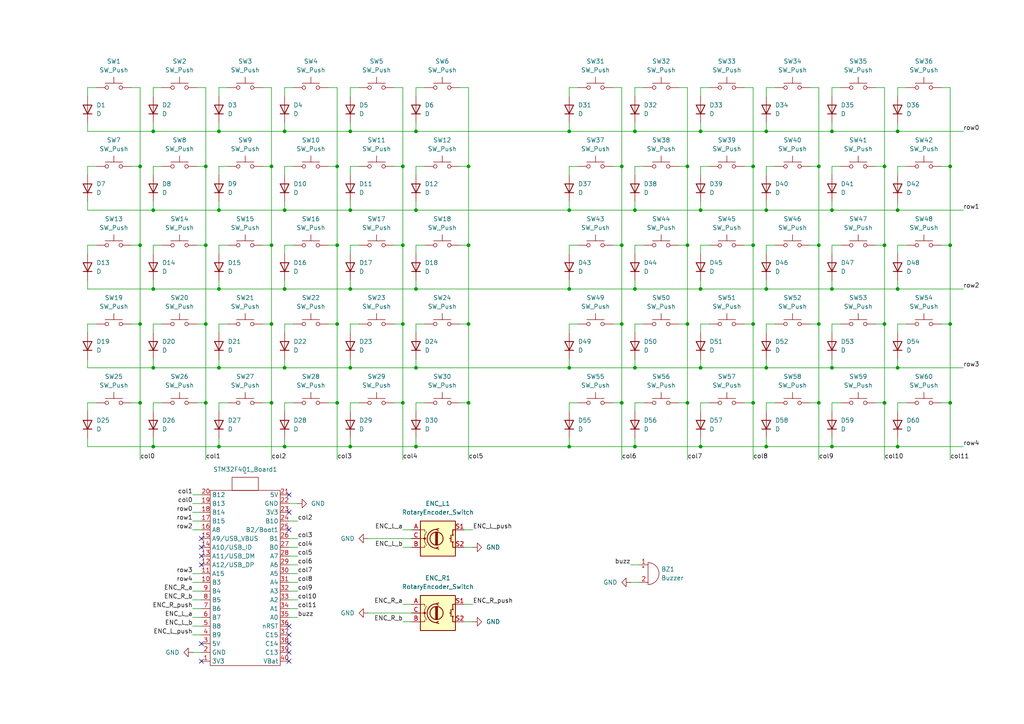
<source format=kicad_sch>
(kicad_sch (version 20250114) (generator "eeschema") (generator_version "9.0")
  (paper "A4")
  (junction (at 256.54 116.84))
  (junction (at 165.1 83.82))
  (junction (at 241.3 129.54))
  (junction (at 59.69 71.12))
  (junction (at 120.65 60.96))
  (junction (at 203.2 129.54))
  (junction (at 78.74 116.84))
  (junction (at 78.74 48.26))
  (junction (at 218.44 71.12))
  (junction (at 256.54 93.98))
  (junction (at 101.6 129.54))
  (junction (at 218.44 116.84))
  (junction (at 180.34 71.12))
  (junction (at 44.45 60.96))
  (junction (at 97.79 116.84))
  (junction (at 218.44 48.26))
  (junction (at 237.49 116.84))
  (junction (at 135.89 116.84))
  (junction (at 63.5 83.82))
  (junction (at 199.39 116.84))
  (junction (at 241.3 38.1))
  (junction (at 260.35 83.82))
  (junction (at 275.59 71.12))
  (junction (at 78.74 93.98))
  (junction (at 120.65 83.82))
  (junction (at 165.1 38.1))
  (junction (at 203.2 106.68))
  (junction (at 40.64 71.12))
  (junction (at 237.49 48.26))
  (junction (at 203.2 38.1))
  (junction (at 222.25 83.82))
  (junction (at 40.64 116.84))
  (junction (at 44.45 38.1))
  (junction (at 275.59 48.26))
  (junction (at 59.69 48.26))
  (junction (at 97.79 71.12))
  (junction (at 82.55 83.82))
  (junction (at 120.65 38.1))
  (junction (at 222.25 38.1))
  (junction (at 101.6 106.68))
  (junction (at 180.34 116.84))
  (junction (at 218.44 93.98))
  (junction (at 222.25 129.54))
  (junction (at 63.5 106.68))
  (junction (at 237.49 71.12))
  (junction (at 116.84 48.26))
  (junction (at 184.15 106.68))
  (junction (at 97.79 48.26))
  (junction (at 82.55 60.96))
  (junction (at 44.45 106.68))
  (junction (at 135.89 48.26))
  (junction (at 241.3 106.68))
  (junction (at 165.1 60.96))
  (junction (at 203.2 83.82))
  (junction (at 101.6 83.82))
  (junction (at 180.34 93.98))
  (junction (at 275.59 93.98))
  (junction (at 199.39 93.98))
  (junction (at 260.35 60.96))
  (junction (at 59.69 116.84))
  (junction (at 116.84 116.84))
  (junction (at 40.64 93.98))
  (junction (at 256.54 48.26))
  (junction (at 82.55 38.1))
  (junction (at 63.5 38.1))
  (junction (at 101.6 38.1))
  (junction (at 241.3 83.82))
  (junction (at 237.49 93.98))
  (junction (at 222.25 60.96))
  (junction (at 199.39 71.12))
  (junction (at 203.2 60.96))
  (junction (at 44.45 83.82))
  (junction (at 44.45 129.54))
  (junction (at 116.84 71.12))
  (junction (at 101.6 60.96))
  (junction (at 97.79 93.98))
  (junction (at 78.74 71.12))
  (junction (at 260.35 106.68))
  (junction (at 184.15 129.54))
  (junction (at 199.39 48.26))
  (junction (at 135.89 93.98))
  (junction (at 184.15 38.1))
  (junction (at 184.15 60.96))
  (junction (at 82.55 106.68))
  (junction (at 40.64 48.26))
  (junction (at 63.5 129.54))
  (junction (at 241.3 60.96))
  (junction (at 135.89 71.12))
  (junction (at 222.25 106.68))
  (junction (at 165.1 106.68))
  (junction (at 120.65 106.68))
  (junction (at 275.59 116.84))
  (junction (at 184.15 83.82))
  (junction (at 165.1 129.54))
  (junction (at 260.35 38.1))
  (junction (at 180.34 48.26))
  (junction (at 82.55 129.54))
  (junction (at 116.84 93.98))
  (junction (at 120.65 129.54))
  (junction (at 260.35 129.54))
  (junction (at 59.69 93.98))
  (junction (at 63.5 60.96))
  (junction (at 256.54 71.12))
  (no_connect (at 83.82 181.61))
  (no_connect (at 83.82 143.51))
  (no_connect (at 83.82 153.67))
  (no_connect (at 83.82 189.23))
  (no_connect (at 58.42 156.21))
  (no_connect (at 83.82 186.69))
  (no_connect (at 58.42 191.77))
  (no_connect (at 58.42 186.69))
  (no_connect (at 83.82 148.59))
  (no_connect (at 83.82 184.15))
  (no_connect (at 58.42 161.29))
  (no_connect (at 58.42 163.83))
  (no_connect (at 83.82 191.77))
  (no_connect (at 58.42 158.75))
  (wire (pts (xy 116.84 71.12) (xy 116.84 93.98)))
  (wire (pts (xy 165.1 38.1) (xy 184.15 38.1)))
  (wire (pts (xy 165.1 83.82) (xy 184.15 83.82)))
  (wire (pts (xy 55.88 148.59) (xy 58.42 148.59)))
  (wire (pts (xy 44.45 127) (xy 44.45 129.54)))
  (wire (pts (xy 275.59 93.98) (xy 275.59 116.84)))
  (wire (pts (xy 241.3 129.54) (xy 260.35 129.54)))
  (wire (pts (xy 222.25 71.12) (xy 222.25 73.66)))
  (wire (pts (xy 82.55 116.84) (xy 82.55 119.38)))
  (wire (pts (xy 44.45 25.4) (xy 44.45 27.94)))
  (wire (pts (xy 85.09 48.26) (xy 82.55 48.26)))
  (wire (pts (xy 95.25 48.26) (xy 97.79 48.26)))
  (wire (pts (xy 222.25 35.56) (xy 222.25 38.1)))
  (wire (pts (xy 203.2 129.54) (xy 222.25 129.54)))
  (wire (pts (xy 256.54 71.12) (xy 256.54 93.98)))
  (wire (pts (xy 66.04 48.26) (xy 63.5 48.26)))
  (wire (pts (xy 196.85 116.84) (xy 199.39 116.84)))
  (wire (pts (xy 25.4 129.54) (xy 44.45 129.54)))
  (wire (pts (xy 241.3 81.28) (xy 241.3 83.82)))
  (wire (pts (xy 260.35 81.28) (xy 260.35 83.82)))
  (wire (pts (xy 165.1 35.56) (xy 165.1 38.1)))
  (wire (pts (xy 25.4 116.84) (xy 25.4 119.38)))
  (wire (pts (xy 165.1 127) (xy 165.1 129.54)))
  (wire (pts (xy 165.1 60.96) (xy 184.15 60.96)))
  (wire (pts (xy 224.79 71.12) (xy 222.25 71.12)))
  (wire (pts (xy 262.89 116.84) (xy 260.35 116.84)))
  (wire (pts (xy 25.4 25.4) (xy 25.4 27.94)))
  (wire (pts (xy 237.49 48.26) (xy 237.49 71.12)))
  (wire (pts (xy 59.69 93.98) (xy 59.69 116.84)))
  (wire (pts (xy 63.5 48.26) (xy 63.5 50.8)))
  (wire (pts (xy 241.3 38.1) (xy 260.35 38.1)))
  (wire (pts (xy 82.55 83.82) (xy 101.6 83.82)))
  (wire (pts (xy 224.79 25.4) (xy 222.25 25.4)))
  (wire (pts (xy 123.19 93.98) (xy 120.65 93.98)))
  (wire (pts (xy 234.95 71.12) (xy 237.49 71.12)))
  (wire (pts (xy 44.45 106.68) (xy 63.5 106.68)))
  (wire (pts (xy 38.1 71.12) (xy 40.64 71.12)))
  (wire (pts (xy 114.3 25.4) (xy 116.84 25.4)))
  (wire (pts (xy 203.2 93.98) (xy 203.2 96.52)))
  (wire (pts (xy 186.69 25.4) (xy 184.15 25.4)))
  (wire (pts (xy 254 116.84) (xy 256.54 116.84)))
  (wire (pts (xy 78.74 116.84) (xy 78.74 133.35)))
  (wire (pts (xy 196.85 93.98) (xy 199.39 93.98)))
  (wire (pts (xy 120.65 116.84) (xy 120.65 119.38)))
  (wire (pts (xy 165.1 71.12) (xy 165.1 73.66)))
  (wire (pts (xy 184.15 127) (xy 184.15 129.54)))
  (wire (pts (xy 260.35 35.56) (xy 260.35 38.1)))
  (wire (pts (xy 120.65 129.54) (xy 165.1 129.54)))
  (wire (pts (xy 116.84 116.84) (xy 116.84 133.35)))
  (wire (pts (xy 55.88 143.51) (xy 58.42 143.51)))
  (wire (pts (xy 82.55 71.12) (xy 82.55 73.66)))
  (wire (pts (xy 256.54 116.84) (xy 256.54 133.35)))
  (wire (pts (xy 199.39 48.26) (xy 199.39 71.12)))
  (wire (pts (xy 184.15 58.42) (xy 184.15 60.96)))
  (wire (pts (xy 165.1 104.14) (xy 165.1 106.68)))
  (wire (pts (xy 57.15 71.12) (xy 59.69 71.12)))
  (wire (pts (xy 205.74 25.4) (xy 203.2 25.4)))
  (wire (pts (xy 165.1 25.4) (xy 165.1 27.94)))
  (wire (pts (xy 260.35 93.98) (xy 260.35 96.52)))
  (wire (pts (xy 25.4 60.96) (xy 44.45 60.96)))
  (wire (pts (xy 177.8 93.98) (xy 180.34 93.98)))
  (wire (pts (xy 120.65 127) (xy 120.65 129.54)))
  (wire (pts (xy 55.88 171.45) (xy 58.42 171.45)))
  (wire (pts (xy 205.74 93.98) (xy 203.2 93.98)))
  (wire (pts (xy 184.15 81.28) (xy 184.15 83.82)))
  (wire (pts (xy 135.89 71.12) (xy 135.89 93.98)))
  (wire (pts (xy 241.3 83.82) (xy 260.35 83.82)))
  (wire (pts (xy 215.9 116.84) (xy 218.44 116.84)))
  (wire (pts (xy 40.64 93.98) (xy 40.64 116.84)))
  (wire (pts (xy 222.25 104.14) (xy 222.25 106.68)))
  (wire (pts (xy 254 71.12) (xy 256.54 71.12)))
  (wire (pts (xy 25.4 48.26) (xy 25.4 50.8)))
  (wire (pts (xy 25.4 71.12) (xy 25.4 73.66)))
  (wire (pts (xy 243.84 116.84) (xy 241.3 116.84)))
  (wire (pts (xy 63.5 104.14) (xy 63.5 106.68)))
  (wire (pts (xy 97.79 93.98) (xy 97.79 116.84)))
  (wire (pts (xy 97.79 48.26) (xy 97.79 71.12)))
  (wire (pts (xy 165.1 58.42) (xy 165.1 60.96)))
  (wire (pts (xy 222.25 83.82) (xy 241.3 83.82)))
  (wire (pts (xy 83.82 158.75) (xy 86.36 158.75)))
  (wire (pts (xy 184.15 38.1) (xy 203.2 38.1)))
  (wire (pts (xy 203.2 60.96) (xy 222.25 60.96)))
  (wire (pts (xy 83.82 161.29) (xy 86.36 161.29)))
  (wire (pts (xy 25.4 127) (xy 25.4 129.54)))
  (wire (pts (xy 222.25 106.68) (xy 241.3 106.68)))
  (wire (pts (xy 63.5 129.54) (xy 82.55 129.54)))
  (wire (pts (xy 177.8 116.84) (xy 180.34 116.84)))
  (wire (pts (xy 203.2 104.14) (xy 203.2 106.68)))
  (wire (pts (xy 63.5 38.1) (xy 82.55 38.1)))
  (wire (pts (xy 55.88 146.05) (xy 58.42 146.05)))
  (wire (pts (xy 25.4 38.1) (xy 44.45 38.1)))
  (wire (pts (xy 224.79 48.26) (xy 222.25 48.26)))
  (wire (pts (xy 82.55 104.14) (xy 82.55 106.68)))
  (wire (pts (xy 101.6 93.98) (xy 101.6 96.52)))
  (wire (pts (xy 83.82 171.45) (xy 86.36 171.45)))
  (wire (pts (xy 116.84 153.67) (xy 119.38 153.67)))
  (wire (pts (xy 101.6 127) (xy 101.6 129.54)))
  (wire (pts (xy 243.84 25.4) (xy 241.3 25.4)))
  (wire (pts (xy 237.49 25.4) (xy 237.49 48.26)))
  (wire (pts (xy 184.15 116.84) (xy 184.15 119.38)))
  (wire (pts (xy 133.35 116.84) (xy 135.89 116.84)))
  (wire (pts (xy 55.88 151.13) (xy 58.42 151.13)))
  (wire (pts (xy 83.82 156.21) (xy 86.36 156.21)))
  (wire (pts (xy 184.15 106.68) (xy 203.2 106.68)))
  (wire (pts (xy 55.88 181.61) (xy 58.42 181.61)))
  (wire (pts (xy 203.2 48.26) (xy 203.2 50.8)))
  (wire (pts (xy 76.2 93.98) (xy 78.74 93.98)))
  (wire (pts (xy 46.99 116.84) (xy 44.45 116.84)))
  (wire (pts (xy 224.79 93.98) (xy 222.25 93.98)))
  (wire (pts (xy 182.88 168.91) (xy 185.42 168.91)))
  (wire (pts (xy 133.35 48.26) (xy 135.89 48.26)))
  (wire (pts (xy 224.79 116.84) (xy 222.25 116.84)))
  (wire (pts (xy 237.49 71.12) (xy 237.49 93.98)))
  (wire (pts (xy 66.04 93.98) (xy 63.5 93.98)))
  (wire (pts (xy 57.15 116.84) (xy 59.69 116.84)))
  (wire (pts (xy 97.79 116.84) (xy 97.79 133.35)))
  (wire (pts (xy 134.62 153.67) (xy 137.16 153.67)))
  (wire (pts (xy 180.34 116.84) (xy 180.34 133.35)))
  (wire (pts (xy 59.69 116.84) (xy 59.69 133.35)))
  (wire (pts (xy 241.3 60.96) (xy 260.35 60.96)))
  (wire (pts (xy 273.05 116.84) (xy 275.59 116.84)))
  (wire (pts (xy 55.88 184.15) (xy 58.42 184.15)))
  (wire (pts (xy 241.3 25.4) (xy 241.3 27.94)))
  (wire (pts (xy 82.55 81.28) (xy 82.55 83.82)))
  (wire (pts (xy 82.55 127) (xy 82.55 129.54)))
  (wire (pts (xy 273.05 48.26) (xy 275.59 48.26)))
  (wire (pts (xy 63.5 60.96) (xy 82.55 60.96)))
  (wire (pts (xy 186.69 93.98) (xy 184.15 93.98)))
  (wire (pts (xy 199.39 93.98) (xy 199.39 116.84)))
  (wire (pts (xy 101.6 48.26) (xy 101.6 50.8)))
  (wire (pts (xy 241.3 116.84) (xy 241.3 119.38)))
  (wire (pts (xy 78.74 71.12) (xy 78.74 93.98)))
  (wire (pts (xy 25.4 83.82) (xy 44.45 83.82)))
  (wire (pts (xy 123.19 116.84) (xy 120.65 116.84)))
  (wire (pts (xy 76.2 116.84) (xy 78.74 116.84)))
  (wire (pts (xy 205.74 71.12) (xy 203.2 71.12)))
  (wire (pts (xy 123.19 71.12) (xy 120.65 71.12)))
  (wire (pts (xy 199.39 25.4) (xy 199.39 48.26)))
  (wire (pts (xy 218.44 93.98) (xy 218.44 116.84)))
  (wire (pts (xy 256.54 25.4) (xy 256.54 48.26)))
  (wire (pts (xy 82.55 106.68) (xy 101.6 106.68)))
  (wire (pts (xy 116.84 175.26) (xy 119.38 175.26)))
  (wire (pts (xy 135.89 48.26) (xy 135.89 71.12)))
  (wire (pts (xy 101.6 83.82) (xy 120.65 83.82)))
  (wire (pts (xy 116.84 48.26) (xy 116.84 71.12)))
  (wire (pts (xy 63.5 25.4) (xy 63.5 27.94)))
  (wire (pts (xy 218.44 25.4) (xy 218.44 48.26)))
  (wire (pts (xy 184.15 129.54) (xy 203.2 129.54)))
  (wire (pts (xy 218.44 116.84) (xy 218.44 133.35)))
  (wire (pts (xy 78.74 93.98) (xy 78.74 116.84)))
  (wire (pts (xy 133.35 71.12) (xy 135.89 71.12)))
  (wire (pts (xy 63.5 71.12) (xy 63.5 73.66)))
  (wire (pts (xy 116.84 93.98) (xy 116.84 116.84)))
  (wire (pts (xy 196.85 71.12) (xy 199.39 71.12)))
  (wire (pts (xy 260.35 116.84) (xy 260.35 119.38)))
  (wire (pts (xy 78.74 48.26) (xy 78.74 71.12)))
  (wire (pts (xy 55.88 168.91) (xy 58.42 168.91)))
  (wire (pts (xy 203.2 106.68) (xy 222.25 106.68)))
  (wire (pts (xy 222.25 58.42) (xy 222.25 60.96)))
  (wire (pts (xy 123.19 48.26) (xy 120.65 48.26)))
  (wire (pts (xy 38.1 25.4) (xy 40.64 25.4)))
  (wire (pts (xy 260.35 129.54) (xy 279.4 129.54)))
  (wire (pts (xy 275.59 71.12) (xy 275.59 93.98)))
  (wire (pts (xy 254 93.98) (xy 256.54 93.98)))
  (wire (pts (xy 222.25 129.54) (xy 241.3 129.54)))
  (wire (pts (xy 222.25 93.98) (xy 222.25 96.52)))
  (wire (pts (xy 260.35 83.82) (xy 279.4 83.82)))
  (wire (pts (xy 165.1 129.54) (xy 184.15 129.54)))
  (wire (pts (xy 63.5 116.84) (xy 63.5 119.38)))
  (wire (pts (xy 25.4 81.28) (xy 25.4 83.82)))
  (wire (pts (xy 40.64 116.84) (xy 40.64 133.35)))
  (wire (pts (xy 167.64 116.84) (xy 165.1 116.84)))
  (wire (pts (xy 46.99 48.26) (xy 44.45 48.26)))
  (wire (pts (xy 38.1 93.98) (xy 40.64 93.98)))
  (wire (pts (xy 273.05 71.12) (xy 275.59 71.12)))
  (wire (pts (xy 101.6 129.54) (xy 120.65 129.54)))
  (wire (pts (xy 241.3 104.14) (xy 241.3 106.68)))
  (wire (pts (xy 243.84 93.98) (xy 241.3 93.98)))
  (wire (pts (xy 95.25 71.12) (xy 97.79 71.12)))
  (wire (pts (xy 63.5 127) (xy 63.5 129.54)))
  (wire (pts (xy 25.4 58.42) (xy 25.4 60.96)))
  (wire (pts (xy 243.84 48.26) (xy 241.3 48.26)))
  (wire (pts (xy 184.15 93.98) (xy 184.15 96.52)))
  (wire (pts (xy 85.09 93.98) (xy 82.55 93.98)))
  (wire (pts (xy 63.5 58.42) (xy 63.5 60.96)))
  (wire (pts (xy 180.34 93.98) (xy 180.34 116.84)))
  (wire (pts (xy 101.6 58.42) (xy 101.6 60.96)))
  (wire (pts (xy 82.55 93.98) (xy 82.55 96.52)))
  (wire (pts (xy 46.99 25.4) (xy 44.45 25.4)))
  (wire (pts (xy 120.65 60.96) (xy 165.1 60.96)))
  (wire (pts (xy 222.25 127) (xy 222.25 129.54)))
  (wire (pts (xy 97.79 71.12) (xy 97.79 93.98)))
  (wire (pts (xy 243.84 71.12) (xy 241.3 71.12)))
  (wire (pts (xy 44.45 60.96) (xy 63.5 60.96)))
  (wire (pts (xy 199.39 116.84) (xy 199.39 133.35)))
  (wire (pts (xy 27.94 116.84) (xy 25.4 116.84)))
  (wire (pts (xy 120.65 93.98) (xy 120.65 96.52)))
  (wire (pts (xy 234.95 48.26) (xy 237.49 48.26)))
  (wire (pts (xy 55.88 189.23) (xy 58.42 189.23)))
  (wire (pts (xy 215.9 48.26) (xy 218.44 48.26)))
  (wire (pts (xy 165.1 93.98) (xy 165.1 96.52)))
  (wire (pts (xy 120.65 71.12) (xy 120.65 73.66)))
  (wire (pts (xy 237.49 93.98) (xy 237.49 116.84)))
  (wire (pts (xy 196.85 48.26) (xy 199.39 48.26)))
  (wire (pts (xy 133.35 93.98) (xy 135.89 93.98)))
  (wire (pts (xy 63.5 83.82) (xy 82.55 83.82)))
  (wire (pts (xy 114.3 93.98) (xy 116.84 93.98)))
  (wire (pts (xy 262.89 25.4) (xy 260.35 25.4)))
  (wire (pts (xy 82.55 48.26) (xy 82.55 50.8)))
  (wire (pts (xy 215.9 93.98) (xy 218.44 93.98)))
  (wire (pts (xy 180.34 48.26) (xy 180.34 71.12)))
  (wire (pts (xy 184.15 83.82) (xy 203.2 83.82)))
  (wire (pts (xy 27.94 25.4) (xy 25.4 25.4)))
  (wire (pts (xy 222.25 116.84) (xy 222.25 119.38)))
  (wire (pts (xy 260.35 60.96) (xy 279.4 60.96)))
  (wire (pts (xy 25.4 106.68) (xy 44.45 106.68)))
  (wire (pts (xy 184.15 48.26) (xy 184.15 50.8)))
  (wire (pts (xy 222.25 38.1) (xy 241.3 38.1)))
  (wire (pts (xy 44.45 104.14) (xy 44.45 106.68)))
  (wire (pts (xy 275.59 48.26) (xy 275.59 71.12)))
  (wire (pts (xy 25.4 35.56) (xy 25.4 38.1)))
  (wire (pts (xy 205.74 116.84) (xy 203.2 116.84)))
  (wire (pts (xy 241.3 93.98) (xy 241.3 96.52)))
  (wire (pts (xy 63.5 106.68) (xy 82.55 106.68)))
  (wire (pts (xy 184.15 35.56) (xy 184.15 38.1)))
  (wire (pts (xy 114.3 71.12) (xy 116.84 71.12)))
  (wire (pts (xy 83.82 151.13) (xy 86.36 151.13)))
  (wire (pts (xy 78.74 25.4) (xy 78.74 48.26)))
  (wire (pts (xy 222.25 25.4) (xy 222.25 27.94)))
  (wire (pts (xy 167.64 25.4) (xy 165.1 25.4)))
  (wire (pts (xy 234.95 25.4) (xy 237.49 25.4)))
  (wire (pts (xy 44.45 48.26) (xy 44.45 50.8)))
  (wire (pts (xy 59.69 48.26) (xy 59.69 71.12)))
  (wire (pts (xy 203.2 116.84) (xy 203.2 119.38)))
  (wire (pts (xy 165.1 116.84) (xy 165.1 119.38)))
  (wire (pts (xy 83.82 179.07) (xy 86.36 179.07)))
  (wire (pts (xy 106.68 156.21) (xy 119.38 156.21)))
  (wire (pts (xy 44.45 83.82) (xy 63.5 83.82)))
  (wire (pts (xy 222.25 81.28) (xy 222.25 83.82)))
  (wire (pts (xy 215.9 71.12) (xy 218.44 71.12)))
  (wire (pts (xy 44.45 38.1) (xy 63.5 38.1)))
  (wire (pts (xy 40.64 48.26) (xy 40.64 71.12)))
  (wire (pts (xy 104.14 116.84) (xy 101.6 116.84)))
  (wire (pts (xy 203.2 127) (xy 203.2 129.54)))
  (wire (pts (xy 262.89 48.26) (xy 260.35 48.26)))
  (wire (pts (xy 165.1 81.28) (xy 165.1 83.82)))
  (wire (pts (xy 134.62 158.75) (xy 137.16 158.75)))
  (wire (pts (xy 167.64 93.98) (xy 165.1 93.98)))
  (wire (pts (xy 104.14 25.4) (xy 101.6 25.4)))
  (wire (pts (xy 82.55 58.42) (xy 82.55 60.96)))
  (wire (pts (xy 25.4 104.14) (xy 25.4 106.68)))
  (wire (pts (xy 273.05 93.98) (xy 275.59 93.98)))
  (wire (pts (xy 101.6 81.28) (xy 101.6 83.82)))
  (wire (pts (xy 275.59 116.84) (xy 275.59 133.35)))
  (wire (pts (xy 120.65 35.56) (xy 120.65 38.1)))
  (wire (pts (xy 82.55 38.1) (xy 101.6 38.1)))
  (wire (pts (xy 44.45 129.54) (xy 63.5 129.54)))
  (wire (pts (xy 101.6 35.56) (xy 101.6 38.1)))
  (wire (pts (xy 82.55 25.4) (xy 82.55 27.94)))
  (wire (pts (xy 262.89 71.12) (xy 260.35 71.12)))
  (wire (pts (xy 76.2 71.12) (xy 78.74 71.12)))
  (wire (pts (xy 83.82 168.91) (xy 86.36 168.91)))
  (wire (pts (xy 101.6 71.12) (xy 101.6 73.66)))
  (wire (pts (xy 260.35 71.12) (xy 260.35 73.66)))
  (wire (pts (xy 57.15 93.98) (xy 59.69 93.98)))
  (wire (pts (xy 101.6 104.14) (xy 101.6 106.68)))
  (wire (pts (xy 186.69 71.12) (xy 184.15 71.12)))
  (wire (pts (xy 177.8 48.26) (xy 180.34 48.26)))
  (wire (pts (xy 83.82 166.37) (xy 86.36 166.37)))
  (wire (pts (xy 95.25 93.98) (xy 97.79 93.98)))
  (wire (pts (xy 46.99 93.98) (xy 44.45 93.98)))
  (wire (pts (xy 44.45 71.12) (xy 44.45 73.66)))
  (wire (pts (xy 44.45 116.84) (xy 44.45 119.38)))
  (wire (pts (xy 241.3 71.12) (xy 241.3 73.66)))
  (wire (pts (xy 55.88 166.37) (xy 58.42 166.37)))
  (wire (pts (xy 27.94 48.26) (xy 25.4 48.26)))
  (wire (pts (xy 38.1 116.84) (xy 40.64 116.84)))
  (wire (pts (xy 63.5 93.98) (xy 63.5 96.52)))
  (wire (pts (xy 241.3 58.42) (xy 241.3 60.96)))
  (wire (pts (xy 203.2 58.42) (xy 203.2 60.96)))
  (wire (pts (xy 86.36 146.05) (xy 83.82 146.05)))
  (wire (pts (xy 180.34 25.4) (xy 180.34 48.26)))
  (wire (pts (xy 104.14 48.26) (xy 101.6 48.26)))
  (wire (pts (xy 241.3 48.26) (xy 241.3 50.8)))
  (wire (pts (xy 186.69 48.26) (xy 184.15 48.26)))
  (wire (pts (xy 134.62 180.34) (xy 137.16 180.34)))
  (wire (pts (xy 135.89 93.98) (xy 135.89 116.84)))
  (wire (pts (xy 116.84 25.4) (xy 116.84 48.26)))
  (wire (pts (xy 256.54 48.26) (xy 256.54 71.12)))
  (wire (pts (xy 66.04 25.4) (xy 63.5 25.4)))
  (wire (pts (xy 40.64 25.4) (xy 40.64 48.26)))
  (wire (pts (xy 101.6 116.84) (xy 101.6 119.38)))
  (wire (pts (xy 260.35 48.26) (xy 260.35 50.8)))
  (wire (pts (xy 120.65 38.1) (xy 165.1 38.1)))
  (wire (pts (xy 203.2 81.28) (xy 203.2 83.82)))
  (wire (pts (xy 101.6 25.4) (xy 101.6 27.94)))
  (wire (pts (xy 59.69 71.12) (xy 59.69 93.98)))
  (wire (pts (xy 83.82 163.83) (xy 86.36 163.83)))
  (wire (pts (xy 114.3 48.26) (xy 116.84 48.26)))
  (wire (pts (xy 133.35 25.4) (xy 135.89 25.4)))
  (wire (pts (xy 101.6 38.1) (xy 120.65 38.1)))
  (wire (pts (xy 57.15 25.4) (xy 59.69 25.4)))
  (wire (pts (xy 55.88 173.99) (xy 58.42 173.99)))
  (wire (pts (xy 116.84 158.75) (xy 119.38 158.75)))
  (wire (pts (xy 55.88 179.07) (xy 58.42 179.07)))
  (wire (pts (xy 203.2 71.12) (xy 203.2 73.66)))
  (wire (pts (xy 120.65 58.42) (xy 120.65 60.96)))
  (wire (pts (xy 85.09 71.12) (xy 82.55 71.12)))
  (wire (pts (xy 120.65 83.82) (xy 165.1 83.82)))
  (wire (pts (xy 114.3 116.84) (xy 116.84 116.84)))
  (wire (pts (xy 135.89 25.4) (xy 135.89 48.26)))
  (wire (pts (xy 101.6 106.68) (xy 120.65 106.68)))
  (wire (pts (xy 184.15 71.12) (xy 184.15 73.66)))
  (wire (pts (xy 182.88 163.83) (xy 185.42 163.83)))
  (wire (pts (xy 203.2 83.82) (xy 222.25 83.82)))
  (wire (pts (xy 203.2 25.4) (xy 203.2 27.94)))
  (wire (pts (xy 123.19 25.4) (xy 120.65 25.4)))
  (wire (pts (xy 260.35 106.68) (xy 279.4 106.68)))
  (wire (pts (xy 177.8 25.4) (xy 180.34 25.4)))
  (wire (pts (xy 260.35 104.14) (xy 260.35 106.68)))
  (wire (pts (xy 120.65 81.28) (xy 120.65 83.82)))
  (wire (pts (xy 203.2 38.1) (xy 222.25 38.1)))
  (wire (pts (xy 260.35 58.42) (xy 260.35 60.96)))
  (wire (pts (xy 85.09 116.84) (xy 82.55 116.84)))
  (wire (pts (xy 203.2 35.56) (xy 203.2 38.1)))
  (wire (pts (xy 134.62 175.26) (xy 137.16 175.26)))
  (wire (pts (xy 120.65 48.26) (xy 120.65 50.8)))
  (wire (pts (xy 83.82 173.99) (xy 86.36 173.99)))
  (wire (pts (xy 177.8 71.12) (xy 180.34 71.12)))
  (wire (pts (xy 104.14 71.12) (xy 101.6 71.12)))
  (wire (pts (xy 40.64 71.12) (xy 40.64 93.98)))
  (wire (pts (xy 196.85 25.4) (xy 199.39 25.4)))
  (wire (pts (xy 184.15 25.4) (xy 184.15 27.94)))
  (wire (pts (xy 44.45 58.42) (xy 44.45 60.96)))
  (wire (pts (xy 120.65 104.14) (xy 120.65 106.68)))
  (wire (pts (xy 205.74 48.26) (xy 203.2 48.26)))
  (wire (pts (xy 66.04 116.84) (xy 63.5 116.84)))
  (wire (pts (xy 101.6 60.96) (xy 120.65 60.96)))
  (wire (pts (xy 95.25 25.4) (xy 97.79 25.4)))
  (wire (pts (xy 222.25 48.26) (xy 222.25 50.8)))
  (wire (pts (xy 82.55 60.96) (xy 101.6 60.96)))
  (wire (pts (xy 167.64 71.12) (xy 165.1 71.12)))
  (wire (pts (xy 222.25 60.96) (xy 241.3 60.96)))
  (wire (pts (xy 262.89 93.98) (xy 260.35 93.98)))
  (wire (pts (xy 55.88 176.53) (xy 58.42 176.53)))
  (wire (pts (xy 237.49 116.84) (xy 237.49 133.35)))
  (wire (pts (xy 38.1 48.26) (xy 40.64 48.26)))
  (wire (pts (xy 184.15 60.96) (xy 203.2 60.96)))
  (wire (pts (xy 82.55 35.56) (xy 82.55 38.1)))
  (wire (pts (xy 63.5 81.28) (xy 63.5 83.82)))
  (wire (pts (xy 44.45 81.28) (xy 44.45 83.82)))
  (wire (pts (xy 85.09 25.4) (xy 82.55 25.4)))
  (wire (pts (xy 135.89 116.84) (xy 135.89 133.35)))
  (wire (pts (xy 260.35 25.4) (xy 260.35 27.94)))
  (wire (pts (xy 59.69 25.4) (xy 59.69 48.26)))
  (wire (pts (xy 104.14 93.98) (xy 101.6 93.98)))
  (wire (pts (xy 95.25 116.84) (xy 97.79 116.84)))
  (wire (pts (xy 273.05 25.4) (xy 275.59 25.4)))
  (wire (pts (xy 199.39 71.12) (xy 199.39 93.98)))
  (wire (pts (xy 215.9 25.4) (xy 218.44 25.4)))
  (wire (pts (xy 97.79 25.4) (xy 97.79 48.26)))
  (wire (pts (xy 44.45 93.98) (xy 44.45 96.52)))
  (wire (pts (xy 44.45 35.56) (xy 44.45 38.1)))
  (wire (pts (xy 241.3 106.68) (xy 260.35 106.68)))
  (wire (pts (xy 66.04 71.12) (xy 63.5 71.12)))
  (wire (pts (xy 82.55 129.54) (xy 101.6 129.54)))
  (wire (pts (xy 241.3 127) (xy 241.3 129.54)))
  (wire (pts (xy 218.44 71.12) (xy 218.44 93.98)))
  (wire (pts (xy 120.65 25.4) (xy 120.65 27.94)))
  (wire (pts (xy 76.2 48.26) (xy 78.74 48.26)))
  (wire (pts (xy 27.94 71.12) (xy 25.4 71.12)))
  (wire (pts (xy 180.34 71.12) (xy 180.34 93.98)))
  (wire (pts (xy 241.3 35.56) (xy 241.3 38.1)))
  (wire (pts (xy 76.2 25.4) (xy 78.74 25.4)))
  (wire (pts (xy 116.84 180.34) (xy 119.38 180.34)))
  (wire (pts (xy 218.44 48.26) (xy 218.44 71.12)))
  (wire (pts (xy 260.35 127) (xy 260.35 129.54)))
  (wire (pts (xy 254 48.26) (xy 256.54 48.26)))
  (wire (pts (xy 186.69 116.84) (xy 184.15 116.84)))
  (wire (pts (xy 167.64 48.26) (xy 165.1 48.26)))
  (wire (pts (xy 25.4 93.98) (xy 25.4 96.52)))
  (wire (pts (xy 275.59 25.4) (xy 275.59 48.26)))
  (wire (pts (xy 63.5 35.56) (xy 63.5 38.1)))
  (wire (pts (xy 165.1 106.68) (xy 184.15 106.68)))
  (wire (pts (xy 57.15 48.26) (xy 59.69 48.26)))
  (wire (pts (xy 260.35 38.1) (xy 279.4 38.1)))
  (wire (pts (xy 55.88 153.67) (xy 58.42 153.67)))
  (wire (pts (xy 254 25.4) (xy 256.54 25.4)))
  (wire (pts (xy 234.95 93.98) (xy 237.49 93.98)))
  (wire (pts (xy 184.15 104.14) (xy 184.15 106.68)))
  (wire (pts (xy 120.65 106.68) (xy 165.1 106.68)))
  (wire (pts (xy 165.1 48.26) (xy 165.1 50.8)))
  (wire (pts (xy 256.54 93.98) (xy 256.54 116.84)))
  (wire (pts (xy 46.99 71.12) (xy 44.45 71.12)))
  (wire (pts (xy 234.95 116.84) (xy 237.49 116.84)))
  (wire (pts (xy 106.68 177.8) (xy 119.38 177.8)))
  (wire (pts (xy 83.82 176.53) (xy 86.36 176.53)))
  (wire (pts (xy 27.94 93.98) (xy 25.4 93.98)))
  (label "col1" (at 59.69 133.35 0))
  (label "col3" (at 86.36 156.21 0))
  (label "row3" (at 279.4 106.68 0))
  (label "row2" (at 55.88 153.67 180))
  (label "col6" (at 86.36 163.83 0))
  (label "row4" (at 55.88 168.91 180))
  (label "ENC_R_a" (at 55.88 171.45 180))
  (label "col4" (at 116.84 133.35 0))
  (label "row1" (at 55.88 151.13 180))
  (label "ENC_R_a" (at 116.84 175.26 180))
  (label "buzz" (at 182.88 163.83 180))
  (label "ENC_R_push" (at 137.16 175.26 0))
  (label "ENC_R_b" (at 116.84 180.34 180))
  (label "row2" (at 279.4 83.82 0))
  (label "col9" (at 237.49 133.35 0))
  (label "col5" (at 86.36 161.29 0))
  (label "ENC_L_push" (at 137.16 153.67 0))
  (label "col5" (at 135.89 133.35 0))
  (label "ENC_R_b" (at 55.88 173.99 180))
  (label "col2" (at 86.36 151.13 0))
  (label "row4" (at 279.4 129.54 0))
  (label "ENC_L_a" (at 116.84 153.67 180))
  (label "col6" (at 180.34 133.35 0))
  (label "ENC_L_a" (at 55.88 179.07 180))
  (label "col8" (at 86.36 168.91 0))
  (label "row0" (at 279.4 38.1 0))
  (label "col10" (at 86.36 173.99 0))
  (label "ENC_L_b" (at 116.84 158.75 180))
  (label "ENC_L_b" (at 55.88 181.61 180))
  (label "buzz" (at 86.36 179.07 0))
  (label "col7" (at 199.39 133.35 0))
  (label "col11" (at 275.59 133.35 0))
  (label "row3" (at 55.88 166.37 180))
  (label "row0" (at 55.88 148.59 180))
  (label "col1" (at 55.88 143.51 180))
  (label "col0" (at 55.88 146.05 180))
  (label "ENC_R_push" (at 55.88 176.53 180))
  (label "ENC_L_push" (at 55.88 184.15 180))
  (label "col4" (at 86.36 158.75 0))
  (label "col2" (at 78.74 133.35 0))
  (label "col3" (at 97.79 133.35 0))
  (label "col9" (at 86.36 171.45 0))
  (label "col7" (at 86.36 166.37 0))
  (label "col8" (at 218.44 133.35 0))
  (label "col10" (at 256.54 133.35 0))
  (label "col0" (at 40.64 133.35 0))
  (label "col11" (at 86.36 176.53 0))
  (label "row1" (at 279.4 60.96 0))
  (symbol (lib_id "Switch:SW_Push") (at 90.17 48.26 0) (unit 1)
    (property "Reference" "SW10" (at 90.17 40.64 0))
    (property "Value" "SW_Push" (at 90.17 43.18 0))
    (property "Footprint" "ftvkyo:Kailh Choc v1 socket with switch" (effects (hide yes)))
    (property "Description" "Push button switch, generic, two pins" (effects (hide yes)))
  )
  (symbol (lib_id "Switch:SW_Push") (at 33.02 71.12 0) (unit 1)
    (property "Reference" "SW13" (at 33.02 63.5 0))
    (property "Value" "SW_Push" (at 33.02 66.04 0))
    (property "Footprint" "ftvkyo:Kailh Choc v1 socket with switch" (effects (hide yes)))
    (property "Description" "Push button switch, generic, two pins" (effects (hide yes)))
  )
  (symbol (lib_id "Switch:SW_Push") (at 128.27 71.12 0) (unit 1)
    (property "Reference" "SW18" (at 128.27 63.5 0))
    (property "Value" "SW_Push" (at 128.27 66.04 0))
    (property "Footprint" "ftvkyo:Kailh Choc v1 socket with switch" (effects (hide yes)))
    (property "Description" "Push button switch, generic, two pins" (effects (hide yes)))
  )
  (symbol (lib_id "Device:D") (at 82.55 54.61 90) (unit 1)
    (property "Reference" "D10" (at 85.09 53.3399 90) (effects (justify right)))
    (property "Value" "D" (at 85.09 55.8799 90) (effects (justify right)))
    (property "Footprint" "Diode_THT:D_5W_P5.08mm_Vertical_AnodeUp" (effects (hide yes)))
    (property "Description" "Diode" (effects (hide yes)))
    (property "Sim.Device" "D" (effects (hide yes)))
    (property "Sim.Pins" "1=K 2=A" (effects (hide yes)))
  )
  (symbol (lib_id "Switch:SW_Push") (at 52.07 71.12 0) (unit 1)
    (property "Reference" "SW14" (at 52.07 63.5 0))
    (property "Value" "SW_Push" (at 52.07 66.04 0))
    (property "Footprint" "ftvkyo:Kailh Choc v1 socket with switch" (effects (hide yes)))
    (property "Description" "Push button switch, generic, two pins" (effects (hide yes)))
  )
  (symbol (lib_id "Device:D") (at 203.2 123.19 90) (unit 1)
    (property "Reference" "D57" (at 205.74 121.9199 90) (effects (justify right)))
    (property "Value" "D" (at 205.74 124.4599 90) (effects (justify right)))
    (property "Footprint" "Diode_THT:D_5W_P5.08mm_Vertical_AnodeUp" (effects (hide yes)))
    (property "Description" "Diode" (effects (hide yes)))
    (property "Sim.Device" "D" (effects (hide yes)))
    (property "Sim.Pins" "1=K 2=A" (effects (hide yes)))
  )
  (symbol (lib_id "Switch:SW_Push") (at 71.12 25.4 0) (unit 1)
    (property "Reference" "SW3" (at 71.12 17.78 0))
    (property "Value" "SW_Push" (at 71.12 20.32 0))
    (property "Footprint" "ftvkyo:Kailh Choc v1 socket with switch" (effects (hide yes)))
    (property "Description" "Push button switch, generic, two pins" (effects (hide yes)))
  )
  (symbol (lib_id "Device:D") (at 203.2 77.47 90) (unit 1)
    (property "Reference" "D45" (at 205.74 76.1999 90) (effects (justify right)))
    (property "Value" "D" (at 205.74 78.7399 90) (effects (justify right)))
    (property "Footprint" "Diode_THT:D_5W_P5.08mm_Vertical_AnodeUp" (effects (hide yes)))
    (property "Description" "Diode" (effects (hide yes)))
    (property "Sim.Device" "D" (effects (hide yes)))
    (property "Sim.Pins" "1=K 2=A" (effects (hide yes)))
  )
  (symbol (lib_id "Switch:SW_Push") (at 109.22 71.12 0) (unit 1)
    (property "Reference" "SW17" (at 109.22 63.5 0))
    (property "Value" "SW_Push" (at 109.22 66.04 0))
    (property "Footprint" "ftvkyo:Kailh Choc v1 socket with switch" (effects (hide yes)))
    (property "Description" "Push button switch, generic, two pins" (effects (hide yes)))
  )
  (symbol (lib_id "Switch:SW_Push") (at 90.17 116.84 0) (unit 1)
    (property "Reference" "SW28" (at 90.17 109.22 0))
    (property "Value" "SW_Push" (at 90.17 111.76 0))
    (property "Footprint" "ftvkyo:Kailh Choc v1 socket with switch" (effects (hide yes)))
    (property "Description" "Push button switch, generic, two pins" (effects (hide yes)))
  )
  (symbol (lib_id "Device:D") (at 165.1 123.19 90) (unit 1)
    (property "Reference" "D55" (at 167.64 121.9199 90) (effects (justify right)))
    (property "Value" "D" (at 167.64 124.4599 90) (effects (justify right)))
    (property "Footprint" "Diode_THT:D_5W_P5.08mm_Vertical_AnodeUp" (effects (hide yes)))
    (property "Description" "Diode" (effects (hide yes)))
    (property "Sim.Device" "D" (effects (hide yes)))
    (property "Sim.Pins" "1=K 2=A" (effects (hide yes)))
  )
  (symbol (lib_id "Switch:SW_Push") (at 172.72 48.26 0) (unit 1)
    (property "Reference" "SW37" (at 172.72 40.64 0))
    (property "Value" "SW_Push" (at 172.72 43.18 0))
    (property "Footprint" "ftvkyo:Kailh Choc v1 socket with switch" (effects (hide yes)))
    (property "Description" "Push button switch, generic, two pins" (effects (hide yes)))
  )
  (symbol (lib_id "Device:D") (at 120.65 100.33 90) (unit 1)
    (property "Reference" "D24" (at 123.19 99.0599 90) (effects (justify right)))
    (property "Value" "D" (at 123.19 101.5999 90) (effects (justify right)))
    (property "Footprint" "Diode_THT:D_5W_P5.08mm_Vertical_AnodeUp" (effects (hide yes)))
    (property "Description" "Diode" (effects (hide yes)))
    (property "Sim.Device" "D" (effects (hide yes)))
    (property "Sim.Pins" "1=K 2=A" (effects (hide yes)))
  )
  (symbol (lib_id "Device:D") (at 222.25 100.33 90) (unit 1)
    (property "Reference" "D52" (at 224.79 99.0599 90) (effects (justify right)))
    (property "Value" "D" (at 224.79 101.5999 90) (effects (justify right)))
    (property "Footprint" "Diode_THT:D_5W_P5.08mm_Vertical_AnodeUp" (effects (hide yes)))
    (property "Description" "Diode" (effects (hide yes)))
    (property "Sim.Device" "D" (effects (hide yes)))
    (property "Sim.Pins" "1=K 2=A" (effects (hide yes)))
  )
  (symbol (lib_id "Switch:SW_Push") (at 210.82 116.84 0) (unit 1)
    (property "Reference" "SW57" (at 210.82 109.22 0))
    (property "Value" "SW_Push" (at 210.82 111.76 0))
    (property "Footprint" "ftvkyo:Kailh Choc v1 socket with switch" (effects (hide yes)))
    (property "Description" "Push button switch, generic, two pins" (effects (hide yes)))
  )
  (symbol (lib_id "Device:D") (at 241.3 54.61 90) (unit 1)
    (property "Reference" "D41" (at 243.84 53.3399 90) (effects (justify right)))
    (property "Value" "D" (at 243.84 55.8799 90) (effects (justify right)))
    (property "Footprint" "Diode_THT:D_5W_P5.08mm_Vertical_AnodeUp" (effects (hide yes)))
    (property "Description" "Diode" (effects (hide yes)))
    (property "Sim.Device" "D" (effects (hide yes)))
    (property "Sim.Pins" "1=K 2=A" (effects (hide yes)))
  )
  (symbol (lib_id "Device:D") (at 82.55 100.33 90) (unit 1)
    (property "Reference" "D22" (at 85.09 99.0599 90) (effects (justify right)))
    (property "Value" "D" (at 85.09 101.5999 90) (effects (justify right)))
    (property "Footprint" "Diode_THT:D_5W_P5.08mm_Vertical_AnodeUp" (effects (hide yes)))
    (property "Description" "Diode" (effects (hide yes)))
    (property "Sim.Device" "D" (effects (hide yes)))
    (property "Sim.Pins" "1=K 2=A" (effects (hide yes)))
  )
  (symbol (lib_id "Switch:SW_Push") (at 248.92 71.12 0) (unit 1)
    (property "Reference" "SW47" (at 248.92 63.5 0))
    (property "Value" "SW_Push" (at 248.92 66.04 0))
    (property "Footprint" "ftvkyo:Kailh Choc v1 socket with switch" (effects (hide yes)))
    (property "Description" "Push button switch, generic, two pins" (effects (hide yes)))
  )
  (symbol (lib_id "Switch:SW_Push") (at 229.87 48.26 0) (unit 1)
    (property "Reference" "SW40" (at 229.87 40.64 0))
    (property "Value" "SW_Push" (at 229.87 43.18 0))
    (property "Footprint" "ftvkyo:Kailh Choc v1 socket with switch" (effects (hide yes)))
    (property "Description" "Push button switch, generic, two pins" (effects (hide yes)))
  )
  (symbol (lib_id "Switch:SW_Push") (at 71.12 93.98 0) (unit 1)
    (property "Reference" "SW21" (at 71.12 86.36 0))
    (property "Value" "SW_Push" (at 71.12 88.9 0))
    (property "Footprint" "ftvkyo:Kailh Choc v1 socket with switch" (effects (hide yes)))
    (property "Description" "Push button switch, generic, two pins" (effects (hide yes)))
  )
  (symbol (lib_id "Device:RotaryEncoder_Switch") (at 127 156.21 0) (unit 1)
    (property "Reference" "ENC_L1" (at 127 146.05 0))
    (property "Value" "RotaryEncoder_Switch" (at 127 148.59 0))
    (property "Footprint" "Rotary_Encoder:RotaryEncoder_Alps_EC11E-Switch_Vertical_H20mm_MountingHoles" (effects (hide yes)))
    (property "Description" "Rotary encoder, dual channel, incremental quadrate outputs, with switch" (effects (hide yes)))
  )
  (symbol (lib_id "Device:D") (at 260.35 100.33 90) (unit 1)
    (property "Reference" "D54" (at 262.89 99.0599 90) (effects (justify right)))
    (property "Value" "D" (at 262.89 101.5999 90) (effects (justify right)))
    (property "Footprint" "Diode_THT:D_5W_P5.08mm_Vertical_AnodeUp" (effects (hide yes)))
    (property "Description" "Diode" (effects (hide yes)))
    (property "Sim.Device" "D" (effects (hide yes)))
    (property "Sim.Pins" "1=K 2=A" (effects (hide yes)))
  )
  (symbol (lib_id "Device:D") (at 120.65 77.47 90) (unit 1)
    (property "Reference" "D18" (at 123.19 76.1999 90) (effects (justify right)))
    (property "Value" "D" (at 123.19 78.7399 90) (effects (justify right)))
    (property "Footprint" "Diode_THT:D_5W_P5.08mm_Vertical_AnodeUp" (effects (hide yes)))
    (property "Description" "Diode" (effects (hide yes)))
    (property "Sim.Device" "D" (effects (hide yes)))
    (property "Sim.Pins" "1=K 2=A" (effects (hide yes)))
  )
  (symbol (lib_id "Device:D") (at 260.35 123.19 90) (unit 1)
    (property "Reference" "D60" (at 262.89 121.9199 90) (effects (justify right)))
    (property "Value" "D" (at 262.89 124.4599 90) (effects (justify right)))
    (property "Footprint" "Diode_THT:D_5W_P5.08mm_Vertical_AnodeUp" (effects (hide yes)))
    (property "Description" "Diode" (effects (hide yes)))
    (property "Sim.Device" "D" (effects (hide yes)))
    (property "Sim.Pins" "1=K 2=A" (effects (hide yes)))
  )
  (symbol (lib_id "Switch:SW_Push") (at 267.97 93.98 0) (unit 1)
    (property "Reference" "SW54" (at 267.97 86.36 0))
    (property "Value" "SW_Push" (at 267.97 88.9 0))
    (property "Footprint" "ftvkyo:Kailh Choc v1 socket with switch" (effects (hide yes)))
    (property "Description" "Push button switch, generic, two pins" (effects (hide yes)))
  )
  (symbol (lib_id "Device:D") (at 63.5 54.61 90) (unit 1)
    (property "Reference" "D9" (at 66.04 53.3399 90) (effects (justify right)))
    (property "Value" "D" (at 66.04 55.8799 90) (effects (justify right)))
    (property "Footprint" "Diode_THT:D_5W_P5.08mm_Vertical_AnodeUp" (effects (hide yes)))
    (property "Description" "Diode" (effects (hide yes)))
    (property "Sim.Device" "D" (effects (hide yes)))
    (property "Sim.Pins" "1=K 2=A" (effects (hide yes)))
  )
  (symbol (lib_id "power:GND") (at 106.68 156.21 270) (unit 1)
    (property "Reference" "#PWR03" (effects (hide yes)))
    (property "Value" "GND" (at 102.87 156.2099 90) (effects (justify right)))
    (property "Description" "Power symbol creates a global label with name \"GND\" , ground" (effects (hide yes)))
  )
  (symbol (lib_id "Switch:SW_Push") (at 172.72 25.4 0) (unit 1)
    (property "Reference" "SW31" (at 172.72 17.78 0))
    (property "Value" "SW_Push" (at 172.72 20.32 0))
    (property "Footprint" "ftvkyo:Kailh Choc v1 socket with switch" (effects (hide yes)))
    (property "Description" "Push button switch, generic, two pins" (effects (hide yes)))
  )
  (symbol (lib_id "Device:D") (at 101.6 77.47 90) (unit 1)
    (property "Reference" "D17" (at 104.14 76.1999 90) (effects (justify right)))
    (property "Value" "D" (at 104.14 78.7399 90) (effects (justify right)))
    (property "Footprint" "Diode_THT:D_5W_P5.08mm_Vertical_AnodeUp" (effects (hide yes)))
    (property "Description" "Diode" (effects (hide yes)))
    (property "Sim.Device" "D" (effects (hide yes)))
    (property "Sim.Pins" "1=K 2=A" (effects (hide yes)))
  )
  (symbol (lib_id "Switch:SW_Push") (at 90.17 93.98 0) (unit 1)
    (property "Reference" "SW22" (at 90.17 86.36 0))
    (property "Value" "SW_Push" (at 90.17 88.9 0))
    (property "Footprint" "ftvkyo:Kailh Choc v1 socket with switch" (effects (hide yes)))
    (property "Description" "Push button switch, generic, two pins" (effects (hide yes)))
  )
  (symbol (lib_id "Switch:SW_Push") (at 229.87 116.84 0) (unit 1)
    (property "Reference" "SW58" (at 229.87 109.22 0))
    (property "Value" "SW_Push" (at 229.87 111.76 0))
    (property "Footprint" "ftvkyo:Kailh Choc v1 socket with switch" (effects (hide yes)))
    (property "Description" "Push button switch, generic, two pins" (effects (hide yes)))
  )
  (symbol (lib_id "Device:D") (at 120.65 54.61 90) (unit 1)
    (property "Reference" "D12" (at 123.19 53.3399 90) (effects (justify right)))
    (property "Value" "D" (at 123.19 55.8799 90) (effects (justify right)))
    (property "Footprint" "Diode_THT:D_5W_P5.08mm_Vertical_AnodeUp" (effects (hide yes)))
    (property "Description" "Diode" (effects (hide yes)))
    (property "Sim.Device" "D" (effects (hide yes)))
    (property "Sim.Pins" "1=K 2=A" (effects (hide yes)))
  )
  (symbol (lib_id "Device:D") (at 184.15 54.61 90) (unit 1)
    (property "Reference" "D38" (at 186.69 53.3399 90) (effects (justify right)))
    (property "Value" "D" (at 186.69 55.8799 90) (effects (justify right)))
    (property "Footprint" "Diode_THT:D_5W_P5.08mm_Vertical_AnodeUp" (effects (hide yes)))
    (property "Description" "Diode" (effects (hide yes)))
    (property "Sim.Device" "D" (effects (hide yes)))
    (property "Sim.Pins" "1=K 2=A" (effects (hide yes)))
  )
  (symbol (lib_id "Device:D") (at 101.6 54.61 90) (unit 1)
    (property "Reference" "D11" (at 104.14 53.3399 90) (effects (justify right)))
    (property "Value" "D" (at 104.14 55.8799 90) (effects (justify right)))
    (property "Footprint" "Diode_THT:D_5W_P5.08mm_Vertical_AnodeUp" (effects (hide yes)))
    (property "Description" "Diode" (effects (hide yes)))
    (property "Sim.Device" "D" (effects (hide yes)))
    (property "Sim.Pins" "1=K 2=A" (effects (hide yes)))
  )
  (symbol (lib_id "Device:D") (at 82.55 31.75 90) (unit 1)
    (property "Reference" "D4" (at 85.09 30.4799 90) (effects (justify right)))
    (property "Value" "D" (at 85.09 33.0199 90) (effects (justify right)))
    (property "Footprint" "Diode_THT:D_5W_P5.08mm_Vertical_AnodeUp" (effects (hide yes)))
    (property "Description" "Diode" (effects (hide yes)))
    (property "Sim.Device" "D" (effects (hide yes)))
    (property "Sim.Pins" "1=K 2=A" (effects (hide yes)))
  )
  (symbol (lib_id "Switch:SW_Push") (at 229.87 93.98 0) (unit 1)
    (property "Reference" "SW52" (at 229.87 86.36 0))
    (property "Value" "SW_Push" (at 229.87 88.9 0))
    (property "Footprint" "ftvkyo:Kailh Choc v1 socket with switch" (effects (hide yes)))
    (property "Description" "Push button switch, generic, two pins" (effects (hide yes)))
  )
  (symbol (lib_id "Switch:SW_Push") (at 248.92 48.26 0) (unit 1)
    (property "Reference" "SW41" (at 248.92 40.64 0))
    (property "Value" "SW_Push" (at 248.92 43.18 0))
    (property "Footprint" "ftvkyo:Kailh Choc v1 socket with switch" (effects (hide yes)))
    (property "Description" "Push button switch, generic, two pins" (effects (hide yes)))
  )
  (symbol (lib_id "Device:D") (at 184.15 77.47 90) (unit 1)
    (property "Reference" "D44" (at 186.69 76.1999 90) (effects (justify right)))
    (property "Value" "D" (at 186.69 78.7399 90) (effects (justify right)))
    (property "Footprint" "Diode_THT:D_5W_P5.08mm_Vertical_AnodeUp" (effects (hide yes)))
    (property "Description" "Diode" (effects (hide yes)))
    (property "Sim.Device" "D" (effects (hide yes)))
    (property "Sim.Pins" "1=K 2=A" (effects (hide yes)))
  )
  (symbol (lib_id "Device:D") (at 25.4 77.47 90) (unit 1)
    (property "Reference" "D13" (at 27.94 76.1999 90) (effects (justify right)))
    (property "Value" "D" (at 27.94 78.7399 90) (effects (justify right)))
    (property "Footprint" "Diode_THT:D_5W_P5.08mm_Vertical_AnodeUp" (effects (hide yes)))
    (property "Description" "Diode" (effects (hide yes)))
    (property "Sim.Device" "D" (effects (hide yes)))
    (property "Sim.Pins" "1=K 2=A" (effects (hide yes)))
  )
  (symbol (lib_id "Switch:SW_Push") (at 71.12 48.26 0) (unit 1)
    (property "Reference" "SW9" (at 71.12 40.64 0))
    (property "Value" "SW_Push" (at 71.12 43.18 0))
    (property "Footprint" "ftvkyo:Kailh Choc v1 socket with switch" (effects (hide yes)))
    (property "Description" "Push button switch, generic, two pins" (effects (hide yes)))
  )
  (symbol (lib_id "Device:D") (at 101.6 123.19 90) (unit 1)
    (property "Reference" "D29" (at 104.14 121.9199 90) (effects (justify right)))
    (property "Value" "D" (at 104.14 124.4599 90) (effects (justify right)))
    (property "Footprint" "Diode_THT:D_5W_P5.08mm_Vertical_AnodeUp" (effects (hide yes)))
    (property "Description" "Diode" (effects (hide yes)))
    (property "Sim.Device" "D" (effects (hide yes)))
    (property "Sim.Pins" "1=K 2=A" (effects (hide yes)))
  )
  (symbol (lib_id "Device:D") (at 260.35 77.47 90) (unit 1)
    (property "Reference" "D48" (at 262.89 76.1999 90) (effects (justify right)))
    (property "Value" "D" (at 262.89 78.7399 90) (effects (justify right)))
    (property "Footprint" "Diode_THT:D_5W_P5.08mm_Vertical_AnodeUp" (effects (hide yes)))
    (property "Description" "Diode" (effects (hide yes)))
    (property "Sim.Device" "D" (effects (hide yes)))
    (property "Sim.Pins" "1=K 2=A" (effects (hide yes)))
  )
  (symbol (lib_id "Switch:SW_Push") (at 128.27 116.84 0) (unit 1)
    (property "Reference" "SW30" (at 128.27 109.22 0))
    (property "Value" "SW_Push" (at 128.27 111.76 0))
    (property "Footprint" "ftvkyo:Kailh Choc v1 socket with switch" (effects (hide yes)))
    (property "Description" "Push button switch, generic, two pins" (effects (hide yes)))
  )
  (symbol (lib_id "Switch:SW_Push") (at 248.92 25.4 0) (unit 1)
    (property "Reference" "SW35" (at 248.92 17.78 0))
    (property "Value" "SW_Push" (at 248.92 20.32 0))
    (property "Footprint" "ftvkyo:Kailh Choc v1 socket with switch" (effects (hide yes)))
    (property "Description" "Push button switch, generic, two pins" (effects (hide yes)))
  )
  (symbol (lib_id "Device:D") (at 101.6 31.75 90) (unit 1)
    (property "Reference" "D5" (at 104.14 30.4799 90) (effects (justify right)))
    (property "Value" "D" (at 104.14 33.0199 90) (effects (justify right)))
    (property "Footprint" "Diode_THT:D_5W_P5.08mm_Vertical_AnodeUp" (effects (hide yes)))
    (property "Description" "Diode" (effects (hide yes)))
    (property "Sim.Device" "D" (effects (hide yes)))
    (property "Sim.Pins" "1=K 2=A" (effects (hide yes)))
  )
  (symbol (lib_id "Device:D") (at 25.4 31.75 90) (unit 1)
    (property "Reference" "D1" (at 27.94 30.4799 90) (effects (justify right)))
    (property "Value" "D" (at 27.94 33.0199 90) (effects (justify right)))
    (property "Footprint" "Diode_THT:D_5W_P5.08mm_Vertical_AnodeUp" (effects (hide yes)))
    (property "Description" "Diode" (effects (hide yes)))
    (property "Sim.Device" "D" (effects (hide yes)))
    (property "Sim.Pins" "1=K 2=A" (effects (hide yes)))
  )
  (symbol (lib_id "Device:D") (at 63.5 123.19 90) (unit 1)
    (property "Reference" "D27" (at 66.04 121.9199 90) (effects (justify right)))
    (property "Value" "D" (at 66.04 124.4599 90) (effects (justify right)))
    (property "Footprint" "Diode_THT:D_5W_P5.08mm_Vertical_AnodeUp" (effects (hide yes)))
    (property "Description" "Diode" (effects (hide yes)))
    (property "Sim.Device" "D" (effects (hide yes)))
    (property "Sim.Pins" "1=K 2=A" (effects (hide yes)))
  )
  (symbol (lib_id "Switch:SW_Push") (at 33.02 25.4 0) (unit 1)
    (property "Reference" "SW1" (at 33.02 17.78 0))
    (property "Value" "SW_Push" (at 33.02 20.32 0))
    (property "Footprint" "ftvkyo:Kailh Choc v1 socket with switch" (effects (hide yes)))
    (property "Description" "Push button switch, generic, two pins" (effects (hide yes)))
  )
  (symbol (lib_id "Device:D") (at 222.25 31.75 90) (unit 1)
    (property "Reference" "D34" (at 224.79 30.4799 90) (effects (justify right)))
    (property "Value" "D" (at 224.79 33.0199 90) (effects (justify right)))
    (property "Footprint" "Diode_THT:D_5W_P5.08mm_Vertical_AnodeUp" (effects (hide yes)))
    (property "Description" "Diode" (effects (hide yes)))
    (property "Sim.Device" "D" (effects (hide yes)))
    (property "Sim.Pins" "1=K 2=A" (effects (hide yes)))
  )
  (symbol (lib_id "Switch:SW_Push") (at 267.97 48.26 0) (unit 1)
    (property "Reference" "SW42" (at 267.97 40.64 0))
    (property "Value" "SW_Push" (at 267.97 43.18 0))
    (property "Footprint" "ftvkyo:Kailh Choc v1 socket with switch" (effects (hide yes)))
    (property "Description" "Push button switch, generic, two pins" (effects (hide yes)))
  )
  (symbol (lib_id "Device:D") (at 260.35 31.75 90) (unit 1)
    (property "Reference" "D36" (at 262.89 30.4799 90) (effects (justify right)))
    (property "Value" "D" (at 262.89 33.0199 90) (effects (justify right)))
    (property "Footprint" "Diode_THT:D_5W_P5.08mm_Vertical_AnodeUp" (effects (hide yes)))
    (property "Description" "Diode" (effects (hide yes)))
    (property "Sim.Device" "D" (effects (hide yes)))
    (property "Sim.Pins" "1=K 2=A" (effects (hide yes)))
  )
  (symbol (lib_id "Device:D") (at 165.1 31.75 90) (unit 1)
    (property "Reference" "D31" (at 167.64 30.4799 90) (effects (justify right)))
    (property "Value" "D" (at 167.64 33.0199 90) (effects (justify right)))
    (property "Footprint" "Diode_THT:D_5W_P5.08mm_Vertical_AnodeUp" (effects (hide yes)))
    (property "Description" "Diode" (effects (hide yes)))
    (property "Sim.Device" "D" (effects (hide yes)))
    (property "Sim.Pins" "1=K 2=A" (effects (hide yes)))
  )
  (symbol (lib_id "Device:RotaryEncoder_Switch") (at 127 177.8 0) (unit 1)
    (property "Reference" "ENC_R1" (at 127 167.64 0))
    (property "Value" "RotaryEncoder_Switch" (at 127 170.18 0))
    (property "Footprint" "Rotary_Encoder:RotaryEncoder_Alps_EC11E-Switch_Vertical_H20mm_MountingHoles" (effects (hide yes)))
    (property "Description" "Rotary encoder, dual channel, incremental quadrate outputs, with switch" (effects (hide yes)))
  )
  (symbol (lib_id "Switch:SW_Push") (at 248.92 93.98 0) (unit 1)
    (property "Reference" "SW53" (at 248.92 86.36 0))
    (property "Value" "SW_Push" (at 248.92 88.9 0))
    (property "Footprint" "ftvkyo:Kailh Choc v1 socket with switch" (effects (hide yes)))
    (property "Description" "Push button switch, generic, two pins" (effects (hide yes)))
  )
  (symbol (lib_id "Switch:SW_Push") (at 172.72 116.84 0) (unit 1)
    (property "Reference" "SW55" (at 172.72 109.22 0))
    (property "Value" "SW_Push" (at 172.72 111.76 0))
    (property "Footprint" "ftvkyo:Kailh Choc v1 socket with switch" (effects (hide yes)))
    (property "Description" "Push button switch, generic, two pins" (effects (hide yes)))
  )
  (symbol (lib_id "Device:D") (at 82.55 77.47 90) (unit 1)
    (property "Reference" "D16" (at 85.09 76.1999 90) (effects (justify right)))
    (property "Value" "D" (at 85.09 78.7399 90) (effects (justify right)))
    (property "Footprint" "Diode_THT:D_5W_P5.08mm_Vertical_AnodeUp" (effects (hide yes)))
    (property "Description" "Diode" (effects (hide yes)))
    (property "Sim.Device" "D" (effects (hide yes)))
    (property "Sim.Pins" "1=K 2=A" (effects (hide yes)))
  )
  (symbol (lib_id "Device:D") (at 44.45 31.75 90) (unit 1)
    (property "Reference" "D2" (at 46.99 30.4799 90) (effects (justify right)))
    (property "Value" "D" (at 46.99 33.0199 90) (effects (justify right)))
    (property "Footprint" "Diode_THT:D_5W_P5.08mm_Vertical_AnodeUp" (effects (hide yes)))
    (property "Description" "Diode" (effects (hide yes)))
    (property "Sim.Device" "D" (effects (hide yes)))
    (property "Sim.Pins" "1=K 2=A" (effects (hide yes)))
  )
  (symbol (lib_id "Switch:SW_Push") (at 172.72 93.98 0) (unit 1)
    (property "Reference" "SW49" (at 172.72 86.36 0))
    (property "Value" "SW_Push" (at 172.72 88.9 0))
    (property "Footprint" "ftvkyo:Kailh Choc v1 socket with switch" (effects (hide yes)))
    (property "Description" "Push button switch, generic, two pins" (effects (hide yes)))
  )
  (symbol (lib_id "Switch:SW_Push") (at 191.77 71.12 0) (unit 1)
    (property "Reference" "SW44" (at 191.77 63.5 0))
    (property "Value" "SW_Push" (at 191.77 66.04 0))
    (property "Footprint" "ftvkyo:Kailh Choc v1 socket with switch" (effects (hide yes)))
    (property "Description" "Push button switch, generic, two pins" (effects (hide yes)))
  )
  (symbol (lib_id "Switch:SW_Push") (at 128.27 25.4 0) (unit 1)
    (property "Reference" "SW6" (at 128.27 17.78 0))
    (property "Value" "SW_Push" (at 128.27 20.32 0))
    (property "Footprint" "ftvkyo:Kailh Choc v1 socket with switch" (effects (hide yes)))
    (property "Description" "Push button switch, generic, two pins" (effects (hide yes)))
  )
  (symbol (lib_id "Device:D") (at 44.45 77.47 90) (unit 1)
    (property "Reference" "D14" (at 46.99 76.1999 90) (effects (justify right)))
    (property "Value" "D" (at 46.99 78.7399 90) (effects (justify right)))
    (property "Footprint" "Diode_THT:D_5W_P5.08mm_Vertical_AnodeUp" (effects (hide yes)))
    (property "Description" "Diode" (effects (hide yes)))
    (property "Sim.Device" "D" (effects (hide yes)))
    (property "Sim.Pins" "1=K 2=A" (effects (hide yes)))
  )
  (symbol (lib_id "Switch:SW_Push") (at 109.22 48.26 0) (unit 1)
    (property "Reference" "SW11" (at 109.22 40.64 0))
    (property "Value" "SW_Push" (at 109.22 43.18 0))
    (property "Footprint" "ftvkyo:Kailh Choc v1 socket with switch" (effects (hide yes)))
    (property "Description" "Push button switch, generic, two pins" (effects (hide yes)))
  )
  (symbol (lib_id "Device:D") (at 241.3 77.47 90) (unit 1)
    (property "Reference" "D47" (at 243.84 76.1999 90) (effects (justify right)))
    (property "Value" "D" (at 243.84 78.7399 90) (effects (justify right)))
    (property "Footprint" "Diode_THT:D_5W_P5.08mm_Vertical_AnodeUp" (effects (hide yes)))
    (property "Description" "Diode" (effects (hide yes)))
    (property "Sim.Device" "D" (effects (hide yes)))
    (property "Sim.Pins" "1=K 2=A" (effects (hide yes)))
  )
  (symbol (lib_id "Device:D") (at 241.3 31.75 90) (unit 1)
    (property "Reference" "D35" (at 243.84 30.4799 90) (effects (justify right)))
    (property "Value" "D" (at 243.84 33.0199 90) (effects (justify right)))
    (property "Footprint" "Diode_THT:D_5W_P5.08mm_Vertical_AnodeUp" (effects (hide yes)))
    (property "Description" "Diode" (effects (hide yes)))
    (property "Sim.Device" "D" (effects (hide yes)))
    (property "Sim.Pins" "1=K 2=A" (effects (hide yes)))
  )
  (symbol (lib_id "Switch:SW_Push") (at 71.12 116.84 0) (unit 1)
    (property "Reference" "SW27" (at 71.12 109.22 0))
    (property "Value" "SW_Push" (at 71.12 111.76 0))
    (property "Footprint" "ftvkyo:Kailh Choc v1 socket with switch" (effects (hide yes)))
    (property "Description" "Push button switch, generic, two pins" (effects (hide yes)))
  )
  (symbol (lib_id "Device:D") (at 63.5 100.33 90) (unit 1)
    (property "Reference" "D21" (at 66.04 99.0599 90) (effects (justify right)))
    (property "Value" "D" (at 66.04 101.5999 90) (effects (justify right)))
    (property "Footprint" "Diode_THT:D_5W_P5.08mm_Vertical_AnodeUp" (effects (hide yes)))
    (property "Description" "Diode" (effects (hide yes)))
    (property "Sim.Device" "D" (effects (hide yes)))
    (property "Sim.Pins" "1=K 2=A" (effects (hide yes)))
  )
  (symbol (lib_id "Switch:SW_Push") (at 267.97 116.84 0) (unit 1)
    (property "Reference" "SW60" (at 267.97 109.22 0))
    (property "Value" "SW_Push" (at 267.97 111.76 0))
    (property "Footprint" "ftvkyo:Kailh Choc v1 socket with switch" (effects (hide yes)))
    (property "Description" "Push button switch, generic, two pins" (effects (hide yes)))
  )
  (symbol (lib_id "Device:D") (at 25.4 123.19 90) (unit 1)
    (property "Reference" "D25" (at 27.94 121.9199 90) (effects (justify right)))
    (property "Value" "D" (at 27.94 124.4599 90) (effects (justify right)))
    (property "Footprint" "Diode_THT:D_5W_P5.08mm_Vertical_AnodeUp" (effects (hide yes)))
    (property "Description" "Diode" (effects (hide yes)))
    (property "Sim.Device" "D" (effects (hide yes)))
    (property "Sim.Pins" "1=K 2=A" (effects (hide yes)))
  )
  (symbol (lib_id "Switch:SW_Push") (at 128.27 93.98 0) (unit 1)
    (property "Reference" "SW24" (at 128.27 86.36 0))
    (property "Value" "SW_Push" (at 128.27 88.9 0))
    (property "Footprint" "ftvkyo:Kailh Choc v1 socket with switch" (effects (hide yes)))
    (property "Description" "Push button switch, generic, two pins" (effects (hide yes)))
  )
  (symbol (lib_id "Switch:SW_Push") (at 33.02 48.26 0) (unit 1)
    (property "Reference" "SW7" (at 33.02 40.64 0))
    (property "Value" "SW_Push" (at 33.02 43.18 0))
    (property "Footprint" "ftvkyo:Kailh Choc v1 socket with switch" (effects (hide yes)))
    (property "Description" "Push button switch, generic, two pins" (effects (hide yes)))
  )
  (symbol (lib_id "Device:D") (at 44.45 54.61 90) (unit 1)
    (property "Reference" "D8" (at 46.99 53.3399 90) (effects (justify right)))
    (property "Value" "D" (at 46.99 55.8799 90) (effects (justify right)))
    (property "Footprint" "Diode_THT:D_5W_P5.08mm_Vertical_AnodeUp" (effects (hide yes)))
    (property "Description" "Diode" (effects (hide yes)))
    (property "Sim.Device" "D" (effects (hide yes)))
    (property "Sim.Pins" "1=K 2=A" (effects (hide yes)))
  )
  (symbol (lib_id "Device:D") (at 120.65 31.75 90) (unit 1)
    (property "Reference" "D6" (at 123.19 30.4799 90) (effects (justify right)))
    (property "Value" "D" (at 123.19 33.0199 90) (effects (justify right)))
    (property "Footprint" "Diode_THT:D_5W_P5.08mm_Vertical_AnodeUp" (effects (hide yes)))
    (property "Description" "Diode" (effects (hide yes)))
    (property "Sim.Device" "D" (effects (hide yes)))
    (property "Sim.Pins" "1=K 2=A" (effects (hide yes)))
  )
  (symbol (lib_id "Switch:SW_Push") (at 52.07 48.26 0) (unit 1)
    (property "Reference" "SW8" (at 52.07 40.64 0))
    (property "Value" "SW_Push" (at 52.07 43.18 0))
    (property "Footprint" "ftvkyo:Kailh Choc v1 socket with switch" (effects (hide yes)))
    (property "Description" "Push button switch, generic, two pins" (effects (hide yes)))
  )
  (symbol (lib_id "Device:D") (at 184.15 100.33 90) (unit 1)
    (property "Reference" "D50" (at 186.69 99.0599 90) (effects (justify right)))
    (property "Value" "D" (at 186.69 101.5999 90) (effects (justify right)))
    (property "Footprint" "Diode_THT:D_5W_P5.08mm_Vertical_AnodeUp" (effects (hide yes)))
    (property "Description" "Diode" (effects (hide yes)))
    (property "Sim.Device" "D" (effects (hide yes)))
    (property "Sim.Pins" "1=K 2=A" (effects (hide yes)))
  )
  (symbol (lib_id "Switch:SW_Push") (at 210.82 48.26 0) (unit 1)
    (property "Reference" "SW39" (at 210.82 40.64 0))
    (property "Value" "SW_Push" (at 210.82 43.18 0))
    (property "Footprint" "ftvkyo:Kailh Choc v1 socket with switch" (effects (hide yes)))
    (property "Description" "Push button switch, generic, two pins" (effects (hide yes)))
  )
  (symbol (lib_id "Device:D") (at 120.65 123.19 90) (unit 1)
    (property "Reference" "D30" (at 123.19 121.9199 90) (effects (justify right)))
    (property "Value" "D" (at 123.19 124.4599 90) (effects (justify right)))
    (property "Footprint" "Diode_THT:D_5W_P5.08mm_Vertical_AnodeUp" (effects (hide yes)))
    (property "Description" "Diode" (effects (hide yes)))
    (property "Sim.Device" "D" (effects (hide yes)))
    (property "Sim.Pins" "1=K 2=A" (effects (hide yes)))
  )
  (symbol (lib_id "Switch:SW_Push") (at 229.87 25.4 0) (unit 1)
    (property "Reference" "SW34" (at 229.87 17.78 0))
    (property "Value" "SW_Push" (at 229.87 20.32 0))
    (property "Footprint" "ftvkyo:Kailh Choc v1 socket with switch" (effects (hide yes)))
    (property "Description" "Push button switch, generic, two pins" (effects (hide yes)))
  )
  (symbol (lib_id "Device:D") (at 44.45 123.19 90) (unit 1)
    (property "Reference" "D26" (at 46.99 121.9199 90) (effects (justify right)))
    (property "Value" "D" (at 46.99 124.4599 90) (effects (justify right)))
    (property "Footprint" "Diode_THT:D_5W_P5.08mm_Vertical_AnodeUp" (effects (hide yes)))
    (property "Description" "Diode" (effects (hide yes)))
    (property "Sim.Device" "D" (effects (hide yes)))
    (property "Sim.Pins" "1=K 2=A" (effects (hide yes)))
  )
  (symbol (lib_id "Switch:SW_Push") (at 109.22 116.84 0) (unit 1)
    (property "Reference" "SW29" (at 109.22 109.22 0))
    (property "Value" "SW_Push" (at 109.22 111.76 0))
    (property "Footprint" "ftvkyo:Kailh Choc v1 socket with switch" (effects (hide yes)))
    (property "Description" "Push button switch, generic, two pins" (effects (hide yes)))
  )
  (symbol (lib_id "power:GND") (at 182.88 168.91 270) (unit 1)
    (property "Reference" "#PWR01" (effects (hide yes)))
    (property "Value" "GND" (at 179.07 168.9099 90) (effects (justify right)))
    (property "Description" "Power symbol creates a global label with name \"GND\" , ground" (effects (hide yes)))
  )
  (symbol (lib_id "Device:D") (at 165.1 100.33 90) (unit 1)
    (property "Reference" "D49" (at 167.64 99.0599 90) (effects (justify right)))
    (property "Value" "D" (at 167.64 101.5999 90) (effects (justify right)))
    (property "Footprint" "Diode_THT:D_5W_P5.08mm_Vertical_AnodeUp" (effects (hide yes)))
    (property "Description" "Diode" (effects (hide yes)))
    (property "Sim.Device" "D" (effects (hide yes)))
    (property "Sim.Pins" "1=K 2=A" (effects (hide yes)))
  )
  (symbol (lib_id "Device:D") (at 222.25 54.61 90) (unit 1)
    (property "Reference" "D40" (at 224.79 53.3399 90) (effects (justify right)))
    (property "Value" "D" (at 224.79 55.8799 90) (effects (justify right)))
    (property "Footprint" "Diode_THT:D_5W_P5.08mm_Vertical_AnodeUp" (effects (hide yes)))
    (property "Description" "Diode" (effects (hide yes)))
    (property "Sim.Device" "D" (effects (hide yes)))
    (property "Sim.Pins" "1=K 2=A" (effects (hide yes)))
  )
  (symbol (lib_id "Switch:SW_Push") (at 191.77 48.26 0) (unit 1)
    (property "Reference" "SW38" (at 191.77 40.64 0))
    (property "Value" "SW_Push" (at 191.77 43.18 0))
    (property "Footprint" "ftvkyo:Kailh Choc v1 socket with switch" (effects (hide yes)))
    (property "Description" "Push button switch, generic, two pins" (effects (hide yes)))
  )
  (symbol (lib_id "Device:D") (at 184.15 31.75 90) (unit 1)
    (property "Reference" "D32" (at 186.69 30.4799 90) (effects (justify right)))
    (property "Value" "D" (at 186.69 33.0199 90) (effects (justify right)))
    (property "Footprint" "Diode_THT:D_5W_P5.08mm_Vertical_AnodeUp" (effects (hide yes)))
    (property "Description" "Diode" (effects (hide yes)))
    (property "Sim.Device" "D" (effects (hide yes)))
    (property "Sim.Pins" "1=K 2=A" (effects (hide yes)))
  )
  (symbol (lib_id "Switch:SW_Push") (at 109.22 93.98 0) (unit 1)
    (property "Reference" "SW23" (at 109.22 86.36 0))
    (property "Value" "SW_Push" (at 109.22 88.9 0))
    (property "Footprint" "ftvkyo:Kailh Choc v1 socket with switch" (effects (hide yes)))
    (property "Description" "Push button switch, generic, two pins" (effects (hide yes)))
  )
  (symbol (lib_id "Device:D") (at 25.4 100.33 90) (unit 1)
    (property "Reference" "D19" (at 27.94 99.0599 90) (effects (justify right)))
    (property "Value" "D" (at 27.94 101.5999 90) (effects (justify right)))
    (property "Footprint" "Diode_THT:D_5W_P5.08mm_Vertical_AnodeUp" (effects (hide yes)))
    (property "Description" "Diode" (effects (hide yes)))
    (property "Sim.Device" "D" (effects (hide yes)))
    (property "Sim.Pins" "1=K 2=A" (effects (hide yes)))
  )
  (symbol (lib_id "Device:D") (at 101.6 100.33 90) (unit 1)
    (property "Reference" "D23" (at 104.14 99.0599 90) (effects (justify right)))
    (property "Value" "D" (at 104.14 101.5999 90) (effects (justify right)))
    (property "Footprint" "Diode_THT:D_5W_P5.08mm_Vertical_AnodeUp" (effects (hide yes)))
    (property "Description" "Diode" (effects (hide yes)))
    (property "Sim.Device" "D" (effects (hide yes)))
    (property "Sim.Pins" "1=K 2=A" (effects (hide yes)))
  )
  (symbol (lib_id "Device:D") (at 165.1 54.61 90) (unit 1)
    (property "Reference" "D37" (at 167.64 53.3399 90) (effects (justify right)))
    (property "Value" "D" (at 167.64 55.8799 90) (effects (justify right)))
    (property "Footprint" "Diode_THT:D_5W_P5.08mm_Vertical_AnodeUp" (effects (hide yes)))
    (property "Description" "Diode" (effects (hide yes)))
    (property "Sim.Device" "D" (effects (hide yes)))
    (property "Sim.Pins" "1=K 2=A" (effects (hide yes)))
  )
  (symbol (lib_id "Device:Buzzer") (at 187.96 166.37 0) (unit 1)
    (property "Reference" "BZ1" (at 191.77 165.0999 0) (effects (justify left)))
    (property "Value" "Buzzer" (at 191.77 167.6399 0) (effects (justify left)))
    (property "Footprint" "Buzzer_Beeper:Buzzer_Murata_PKLCS1212E" (effects (hide yes)))
    (property "Description" "Buzzer, polarized" (effects (hide yes)))
  )
  (symbol (lib_id "Device:D") (at 203.2 31.75 90) (unit 1)
    (property "Reference" "D33" (at 205.74 30.4799 90) (effects (justify right)))
    (property "Value" "D" (at 205.74 33.0199 90) (effects (justify right)))
    (property "Footprint" "Diode_THT:D_5W_P5.08mm_Vertical_AnodeUp" (effects (hide yes)))
    (property "Description" "Diode" (effects (hide yes)))
    (property "Sim.Device" "D" (effects (hide yes)))
    (property "Sim.Pins" "1=K 2=A" (effects (hide yes)))
  )
  (symbol (lib_id "Switch:SW_Push") (at 210.82 93.98 0) (unit 1)
    (property "Reference" "SW51" (at 210.82 86.36 0))
    (property "Value" "SW_Push" (at 210.82 88.9 0))
    (property "Footprint" "ftvkyo:Kailh Choc v1 socket with switch" (effects (hide yes)))
    (property "Description" "Push button switch, generic, two pins" (effects (hide yes)))
  )
  (symbol (lib_id "Switch:SW_Push") (at 71.12 71.12 0) (unit 1)
    (property "Reference" "SW15" (at 71.12 63.5 0))
    (property "Value" "SW_Push" (at 71.12 66.04 0))
    (property "Footprint" "ftvkyo:Kailh Choc v1 socket with switch" (effects (hide yes)))
    (property "Description" "Push button switch, generic, two pins" (effects (hide yes)))
  )
  (symbol (lib_id "Switch:SW_Push") (at 229.87 71.12 0) (unit 1)
    (property "Reference" "SW46" (at 229.87 63.5 0))
    (property "Value" "SW_Push" (at 229.87 66.04 0))
    (property "Footprint" "ftvkyo:Kailh Choc v1 socket with switch" (effects (hide yes)))
    (property "Description" "Push button switch, generic, two pins" (effects (hide yes)))
  )
  (symbol (lib_id "Switch:SW_Push") (at 210.82 25.4 0) (unit 1)
    (property "Reference" "SW33" (at 210.82 17.78 0))
    (property "Value" "SW_Push" (at 210.82 20.32 0))
    (property "Footprint" "ftvkyo:Kailh Choc v1 socket with switch" (effects (hide yes)))
    (property "Description" "Push button switch, generic, two pins" (effects (hide yes)))
  )
  (symbol (lib_id "Switch:SW_Push") (at 267.97 25.4 0) (unit 1)
    (property "Reference" "SW36" (at 267.97 17.78 0))
    (property "Value" "SW_Push" (at 267.97 20.32 0))
    (property "Footprint" "ftvkyo:Kailh Choc v1 socket with switch" (effects (hide yes)))
    (property "Description" "Push button switch, generic, two pins" (effects (hide yes)))
  )
  (symbol (lib_id "Device:D") (at 165.1 77.47 90) (unit 1)
    (property "Reference" "D43" (at 167.64 76.1999 90) (effects (justify right)))
    (property "Value" "D" (at 167.64 78.7399 90) (effects (justify right)))
    (property "Footprint" "Diode_THT:D_5W_P5.08mm_Vertical_AnodeUp" (effects (hide yes)))
    (property "Description" "Diode" (effects (hide yes)))
    (property "Sim.Device" "D" (effects (hide yes)))
    (property "Sim.Pins" "1=K 2=A" (effects (hide yes)))
  )
  (symbol (lib_id "Switch:SW_Push") (at 191.77 116.84 0) (unit 1)
    (property "Reference" "SW56" (at 191.77 109.22 0))
    (property "Value" "SW_Push" (at 191.77 111.76 0))
    (property "Footprint" "ftvkyo:Kailh Choc v1 socket with switch" (effects (hide yes)))
    (property "Description" "Push button switch, generic, two pins" (effects (hide yes)))
  )
  (symbol (lib_id "Switch:SW_Push") (at 128.27 48.26 0) (unit 1)
    (property "Reference" "SW12" (at 128.27 40.64 0))
    (property "Value" "SW_Push" (at 128.27 43.18 0))
    (property "Footprint" "ftvkyo:Kailh Choc v1 socket with switch" (effects (hide yes)))
    (property "Description" "Push button switch, generic, two pins" (effects (hide yes)))
  )
  (symbol (lib_id "Switch:SW_Push") (at 248.92 116.84 0) (unit 1)
    (property "Reference" "SW59" (at 248.92 109.22 0))
    (property "Value" "SW_Push" (at 248.92 111.76 0))
    (property "Footprint" "ftvkyo:Kailh Choc v1 socket with switch" (effects (hide yes)))
    (property "Description" "Push button switch, generic, two pins" (effects (hide yes)))
  )
  (symbol (lib_id "Device:D") (at 203.2 54.61 90) (unit 1)
    (property "Reference" "D39" (at 205.74 53.3399 90) (effects (justify right)))
    (property "Value" "D" (at 205.74 55.8799 90) (effects (justify right)))
    (property "Footprint" "Diode_THT:D_5W_P5.08mm_Vertical_AnodeUp" (effects (hide yes)))
    (property "Description" "Diode" (effects (hide yes)))
    (property "Sim.Device" "D" (effects (hide yes)))
    (property "Sim.Pins" "1=K 2=A" (effects (hide yes)))
  )
  (symbol (lib_id "power:GND") (at 86.36 146.05 90) (unit 1)
    (property "Reference" "#PWR05" (effects (hide yes)))
    (property "Value" "GND" (at 90.17 146.0499 90) (effects (justify right)))
    (property "Description" "Power symbol creates a global label with name \"GND\" , ground" (effects (hide yes)))
  )
  (symbol (lib_id "Device:D") (at 241.3 123.19 90) (unit 1)
    (property "Reference" "D59" (at 243.84 121.9199 90) (effects (justify right)))
    (property "Value" "D" (at 243.84 124.4599 90) (effects (justify right)))
    (property "Footprint" "Diode_THT:D_5W_P5.08mm_Vertical_AnodeUp" (effects (hide yes)))
    (property "Description" "Diode" (effects (hide yes)))
    (property "Sim.Device" "D" (effects (hide yes)))
    (property "Sim.Pins" "1=K 2=A" (effects (hide yes)))
  )
  (symbol (lib_id "Switch:SW_Push") (at 52.07 25.4 0) (unit 1)
    (property "Reference" "SW2" (at 52.07 17.78 0))
    (property "Value" "SW_Push" (at 52.07 20.32 0))
    (property "Footprint" "ftvkyo:Kailh Choc v1 socket with switch" (effects (hide yes)))
    (property "Description" "Push button switch, generic, two pins" (effects (hide yes)))
  )
  (symbol (lib_id "power:GND") (at 106.68 177.8 270) (unit 1)
    (property "Reference" "#PWR02" (effects (hide yes)))
    (property "Value" "GND" (at 102.87 177.7999 90) (effects (justify right)))
    (property "Description" "Power symbol creates a global label with name \"GND\" , ground" (effects (hide yes)))
  )
  (symbol (lib_id "ftvkyo:STM32F401_Board") (at 71.12 167.64 0) (unit 1)
    (property "Reference" "STM32F401_Board1" (at 71.12 136.144 0))
    (property "Value" "~" (at 71.12 137.16 0))
    (property "Footprint" "ftvkyo:STM32F401_Board" (effects (hide yes)))
  )
  (symbol (lib_id "Device:D") (at 44.45 100.33 90) (unit 1)
    (property "Reference" "D20" (at 46.99 99.0599 90) (effects (justify right)))
    (property "Value" "D" (at 46.99 101.5999 90) (effects (justify right)))
    (property "Footprint" "Diode_THT:D_5W_P5.08mm_Vertical_AnodeUp" (effects (hide yes)))
    (property "Description" "Diode" (effects (hide yes)))
    (property "Sim.Device" "D" (effects (hide yes)))
    (property "Sim.Pins" "1=K 2=A" (effects (hide yes)))
  )
  (symbol (lib_id "Switch:SW_Push") (at 90.17 71.12 0) (unit 1)
    (property "Reference" "SW16" (at 90.17 63.5 0))
    (property "Value" "SW_Push" (at 90.17 66.04 0))
    (property "Footprint" "ftvkyo:Kailh Choc v1 socket with switch" (effects (hide yes)))
    (property "Description" "Push button switch, generic, two pins" (effects (hide yes)))
  )
  (symbol (lib_id "Device:D") (at 63.5 31.75 90) (unit 1)
    (property "Reference" "D3" (at 66.04 30.4799 90) (effects (justify right)))
    (property "Value" "D" (at 66.04 33.0199 90) (effects (justify right)))
    (property "Footprint" "Diode_THT:D_5W_P5.08mm_Vertical_AnodeUp" (effects (hide yes)))
    (property "Description" "Diode" (effects (hide yes)))
    (property "Sim.Device" "D" (effects (hide yes)))
    (property "Sim.Pins" "1=K 2=A" (effects (hide yes)))
  )
  (symbol (lib_id "Switch:SW_Push") (at 33.02 93.98 0) (unit 1)
    (property "Reference" "SW19" (at 33.02 86.36 0))
    (property "Value" "SW_Push" (at 33.02 88.9 0))
    (property "Footprint" "ftvkyo:Kailh Choc v1 socket with switch" (effects (hide yes)))
    (property "Description" "Push button switch, generic, two pins" (effects (hide yes)))
  )
  (symbol (lib_id "power:GND") (at 55.88 189.23 270) (unit 1)
    (property "Reference" "#PWR04" (effects (hide yes)))
    (property "Value" "GND" (at 52.07 189.2299 90) (effects (justify right)))
    (property "Description" "Power symbol creates a global label with name \"GND\" , ground" (effects (hide yes)))
  )
  (symbol (lib_id "Device:D") (at 82.55 123.19 90) (unit 1)
    (property "Reference" "D28" (at 85.09 121.9199 90) (effects (justify right)))
    (property "Value" "D" (at 85.09 124.4599 90) (effects (justify right)))
    (property "Footprint" "Diode_THT:D_5W_P5.08mm_Vertical_AnodeUp" (effects (hide yes)))
    (property "Description" "Diode" (effects (hide yes)))
    (property "Sim.Device" "D" (effects (hide yes)))
    (property "Sim.Pins" "1=K 2=A" (effects (hide yes)))
  )
  (symbol (lib_id "Device:D") (at 222.25 123.19 90) (unit 1)
    (property "Reference" "D58" (at 224.79 121.9199 90) (effects (justify right)))
    (property "Value" "D" (at 224.79 124.4599 90) (effects (justify right)))
    (property "Footprint" "Diode_THT:D_5W_P5.08mm_Vertical_AnodeUp" (effects (hide yes)))
    (property "Description" "Diode" (effects (hide yes)))
    (property "Sim.Device" "D" (effects (hide yes)))
    (property "Sim.Pins" "1=K 2=A" (effects (hide yes)))
  )
  (symbol (lib_id "Switch:SW_Push") (at 172.72 71.12 0) (unit 1)
    (property "Reference" "SW43" (at 172.72 63.5 0))
    (property "Value" "SW_Push" (at 172.72 66.04 0))
    (property "Footprint" "ftvkyo:Kailh Choc v1 socket with switch" (effects (hide yes)))
    (property "Description" "Push button switch, generic, two pins" (effects (hide yes)))
  )
  (symbol (lib_id "Switch:SW_Push") (at 210.82 71.12 0) (unit 1)
    (property "Reference" "SW45" (at 210.82 63.5 0))
    (property "Value" "SW_Push" (at 210.82 66.04 0))
    (property "Footprint" "ftvkyo:Kailh Choc v1 socket with switch" (effects (hide yes)))
    (property "Description" "Push button switch, generic, two pins" (effects (hide yes)))
  )
  (symbol (lib_id "power:GND") (at 137.16 180.34 90) (unit 1)
    (property "Reference" "#PWR07" (effects (hide yes)))
    (property "Value" "GND" (at 140.97 180.3399 90) (effects (justify right)))
    (property "Description" "Power symbol creates a global label with name \"GND\" , ground" (effects (hide yes)))
  )
  (symbol (lib_id "Switch:SW_Push") (at 191.77 93.98 0) (unit 1)
    (property "Reference" "SW50" (at 191.77 86.36 0))
    (property "Value" "SW_Push" (at 191.77 88.9 0))
    (property "Footprint" "ftvkyo:Kailh Choc v1 socket with switch" (effects (hide yes)))
    (property "Description" "Push button switch, generic, two pins" (effects (hide yes)))
  )
  (symbol (lib_id "Device:D") (at 222.25 77.47 90) (unit 1)
    (property "Reference" "D46" (at 224.79 76.1999 90) (effects (justify right)))
    (property "Value" "D" (at 224.79 78.7399 90) (effects (justify right)))
    (property "Footprint" "Diode_THT:D_5W_P5.08mm_Vertical_AnodeUp" (effects (hide yes)))
    (property "Description" "Diode" (effects (hide yes)))
    (property "Sim.Device" "D" (effects (hide yes)))
    (property "Sim.Pins" "1=K 2=A" (effects (hide yes)))
  )
  (symbol (lib_id "Switch:SW_Push") (at 90.17 25.4 0) (unit 1)
    (property "Reference" "SW4" (at 90.17 17.78 0))
    (property "Value" "SW_Push" (at 90.17 20.32 0))
    (property "Footprint" "ftvkyo:Kailh Choc v1 socket with switch" (effects (hide yes)))
    (property "Description" "Push button switch, generic, two pins" (effects (hide yes)))
  )
  (symbol (lib_id "Device:D") (at 260.35 54.61 90) (unit 1)
    (property "Reference" "D42" (at 262.89 53.3399 90) (effects (justify right)))
    (property "Value" "D" (at 262.89 55.8799 90) (effects (justify right)))
    (property "Footprint" "Diode_THT:D_5W_P5.08mm_Vertical_AnodeUp" (effects (hide yes)))
    (property "Description" "Diode" (effects (hide yes)))
    (property "Sim.Device" "D" (effects (hide yes)))
    (property "Sim.Pins" "1=K 2=A" (effects (hide yes)))
  )
  (symbol (lib_id "Switch:SW_Push") (at 33.02 116.84 0) (unit 1)
    (property "Reference" "SW25" (at 33.02 109.22 0))
    (property "Value" "SW_Push" (at 33.02 111.76 0))
    (property "Footprint" "ftvkyo:Kailh Choc v1 socket with switch" (effects (hide yes)))
    (property "Description" "Push button switch, generic, two pins" (effects (hide yes)))
  )
  (symbol (lib_id "Switch:SW_Push") (at 52.07 116.84 0) (unit 1)
    (property "Reference" "SW26" (at 52.07 109.22 0))
    (property "Value" "SW_Push" (at 52.07 111.76 0))
    (property "Footprint" "ftvkyo:Kailh Choc v1 socket with switch" (effects (hide yes)))
    (property "Description" "Push button switch, generic, two pins" (effects (hide yes)))
  )
  (symbol (lib_id "Device:D") (at 63.5 77.47 90) (unit 1)
    (property "Reference" "D15" (at 66.04 76.1999 90) (effects (justify right)))
    (property "Value" "D" (at 66.04 78.7399 90) (effects (justify right)))
    (property "Footprint" "Diode_THT:D_5W_P5.08mm_Vertical_AnodeUp" (effects (hide yes)))
    (property "Description" "Diode" (effects (hide yes)))
    (property "Sim.Device" "D" (effects (hide yes)))
    (property "Sim.Pins" "1=K 2=A" (effects (hide yes)))
  )
  (symbol (lib_id "Switch:SW_Push") (at 191.77 25.4 0) (unit 1)
    (property "Reference" "SW32" (at 191.77 17.78 0))
    (property "Value" "SW_Push" (at 191.77 20.32 0))
    (property "Footprint" "ftvkyo:Kailh Choc v1 socket with switch" (effects (hide yes)))
    (property "Description" "Push button switch, generic, two pins" (effects (hide yes)))
  )
  (symbol (lib_id "Device:D") (at 241.3 100.33 90) (unit 1)
    (property "Reference" "D53" (at 243.84 99.0599 90) (effects (justify right)))
    (property "Value" "D" (at 243.84 101.5999 90) (effects (justify right)))
    (property "Footprint" "Diode_THT:D_5W_P5.08mm_Vertical_AnodeUp" (effects (hide yes)))
    (property "Description" "Diode" (effects (hide yes)))
    (property "Sim.Device" "D" (effects (hide yes)))
    (property "Sim.Pins" "1=K 2=A" (effects (hide yes)))
  )
  (symbol (lib_id "Switch:SW_Push") (at 109.22 25.4 0) (unit 1)
    (property "Reference" "SW5" (at 109.22 17.78 0))
    (property "Value" "SW_Push" (at 109.22 20.32 0))
    (property "Footprint" "ftvkyo:Kailh Choc v1 socket with switch" (effects (hide yes)))
    (property "Description" "Push button switch, generic, two pins" (effects (hide yes)))
  )
  (symbol (lib_id "Switch:SW_Push") (at 267.97 71.12 0) (unit 1)
    (property "Reference" "SW48" (at 267.97 63.5 0))
    (property "Value" "SW_Push" (at 267.97 66.04 0))
    (property "Footprint" "ftvkyo:Kailh Choc v1 socket with switch" (effects (hide yes)))
    (property "Description" "Push button switch, generic, two pins" (effects (hide yes)))
  )
  (symbol (lib_id "Device:D") (at 203.2 100.33 90) (unit 1)
    (property "Reference" "D51" (at 205.74 99.0599 90) (effects (justify right)))
    (property "Value" "D" (at 205.74 101.5999 90) (effects (justify right)))
    (property "Footprint" "Diode_THT:D_5W_P5.08mm_Vertical_AnodeUp" (effects (hide yes)))
    (property "Description" "Diode" (effects (hide yes)))
    (property "Sim.Device" "D" (effects (hide yes)))
    (property "Sim.Pins" "1=K 2=A" (effects (hide yes)))
  )
  (symbol (lib_id "Switch:SW_Push") (at 52.07 93.98 0) (unit 1)
    (property "Reference" "SW20" (at 52.07 86.36 0))
    (property "Value" "SW_Push" (at 52.07 88.9 0))
    (property "Footprint" "ftvkyo:Kailh Choc v1 socket with switch" (effects (hide yes)))
    (property "Description" "Push button switch, generic, two pins" (effects (hide yes)))
  )
  (symbol (lib_id "Device:D") (at 25.4 54.61 90) (unit 1)
    (property "Reference" "D7" (at 27.94 53.3399 90) (effects (justify right)))
    (property "Value" "D" (at 27.94 55.8799 90) (effects (justify right)))
    (property "Footprint" "Diode_THT:D_5W_P5.08mm_Vertical_AnodeUp" (effects (hide yes)))
    (property "Description" "Diode" (effects (hide yes)))
    (property "Sim.Device" "D" (effects (hide yes)))
    (property "Sim.Pins" "1=K 2=A" (effects (hide yes)))
  )
  (symbol (lib_id "Device:D") (at 184.15 123.19 90) (unit 1)
    (property "Reference" "D56" (at 186.69 121.9199 90) (effects (justify right)))
    (property "Value" "D" (at 186.69 124.4599 90) (effects (justify right)))
    (property "Footprint" "Diode_THT:D_5W_P5.08mm_Vertical_AnodeUp" (effects (hide yes)))
    (property "Description" "Diode" (effects (hide yes)))
    (property "Sim.Device" "D" (effects (hide yes)))
    (property "Sim.Pins" "1=K 2=A" (effects (hide yes)))
  )
  (symbol (lib_id "power:GND") (at 137.16 158.75 90) (unit 1)
    (property "Reference" "#PWR06" (effects (hide yes)))
    (property "Value" "GND" (at 140.97 158.7499 90) (effects (justify right)))
    (property "Description" "Power symbol creates a global label with name \"GND\" , ground" (effects (hide yes)))
  )
)
</source>
